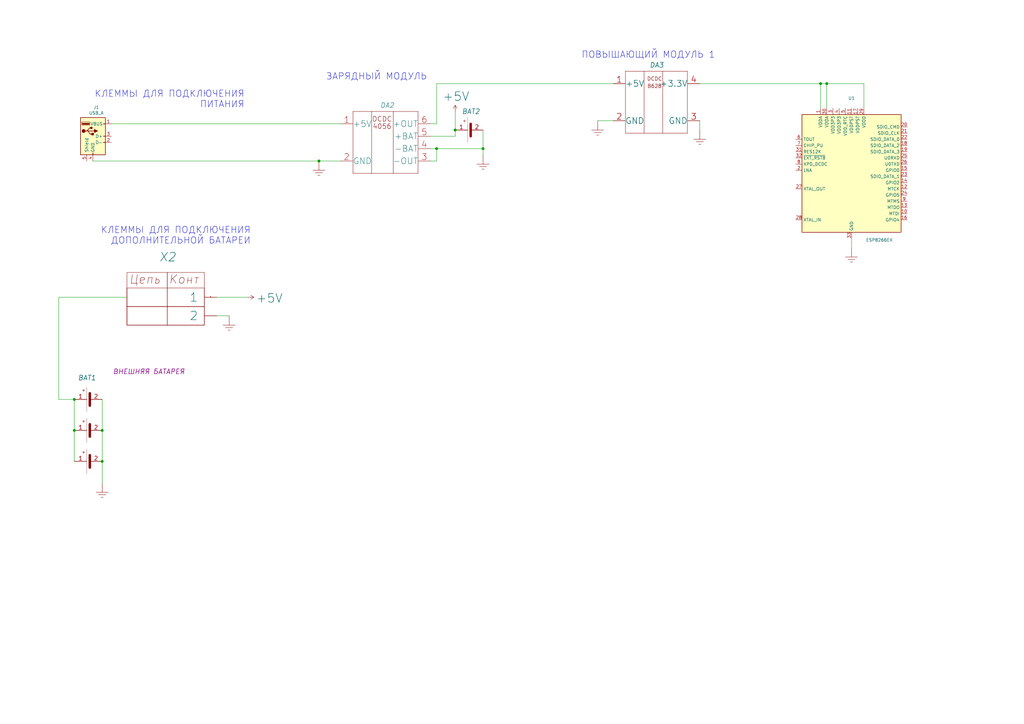
<source format=kicad_sch>
(kicad_sch (version 20201015) (generator eeschema)

  (paper "A3")

  (title_block
    (title "Блок питания")
    (date "2020-04-28")
    (rev "rev")
    (company "Lotes-TM")
    (comment 1 "МАВЦ.467291.014")
    (comment 2 "Михайлов")
    (comment 3 "Кулешов")
    (comment 4 "Крысин")
  )

  (lib_symbols
    (symbol "Connector:USB_A" (pin_names (offset 1.016)) (in_bom yes) (on_board yes)
      (property "Reference" "J" (id 0) (at -5.08 11.43 0)
        (effects (font (size 1.27 1.27)) (justify left))
      )
      (property "Value" "USB_A" (id 1) (at -5.08 8.89 0)
        (effects (font (size 1.27 1.27)) (justify left))
      )
      (property "Footprint" "" (id 2) (at 3.81 -1.27 0)
        (effects (font (size 1.27 1.27)) hide)
      )
      (property "Datasheet" " ~" (id 3) (at 3.81 -1.27 0)
        (effects (font (size 1.27 1.27)) hide)
      )
      (property "ki_keywords" "connector USB" (id 4) (at 0 0 0)
        (effects (font (size 1.27 1.27)) hide)
      )
      (property "ki_description" "USB Type A connector" (id 5) (at 0 0 0)
        (effects (font (size 1.27 1.27)) hide)
      )
      (property "ki_fp_filters" "USB*" (id 6) (at 0 0 0)
        (effects (font (size 1.27 1.27)) hide)
      )
      (symbol "USB_A_0_1"
        (circle (center -3.81 2.159) (radius 0.635) (stroke (width 0.254)) (fill (type outline)))
        (circle (center -0.635 3.429) (radius 0.381) (stroke (width 0.254)) (fill (type outline)))
        (rectangle (start -5.08 -7.62) (end 5.08 7.62)
          (stroke (width 0.254)) (fill (type background))
        )
        (rectangle (start -1.524 4.826) (end -4.318 5.334)
          (stroke (width 0)) (fill (type outline))
        )
        (rectangle (start -1.27 4.572) (end -4.572 5.842)
          (stroke (width 0)) (fill (type none))
        )
        (rectangle (start -0.127 -7.62) (end 0.127 -6.858)
          (stroke (width 0)) (fill (type none))
        )
        (rectangle (start 0.254 1.27) (end -0.508 0.508)
          (stroke (width 0.254)) (fill (type outline))
        )
        (rectangle (start 5.08 -2.667) (end 4.318 -2.413)
          (stroke (width 0)) (fill (type none))
        )
        (rectangle (start 5.08 -0.127) (end 4.318 0.127)
          (stroke (width 0)) (fill (type none))
        )
        (rectangle (start 5.08 4.953) (end 4.318 5.207)
          (stroke (width 0)) (fill (type none))
        )
        (polyline
          (pts
            (xy -3.175 2.159)
            (xy -2.54 2.159)
            (xy -1.27 3.429)
            (xy -0.635 3.429)
          )
          (stroke (width 0.254)) (fill (type none))
        )
        (polyline
          (pts
            (xy -2.54 2.159)
            (xy -1.905 2.159)
            (xy -1.27 0.889)
            (xy 0 0.889)
          )
          (stroke (width 0.254)) (fill (type none))
        )
        (polyline
          (pts
            (xy 0.635 2.794)
            (xy 0.635 1.524)
            (xy 1.905 2.159)
            (xy 0.635 2.794)
          )
          (stroke (width 0.254)) (fill (type outline))
        )
      )
      (symbol "USB_A_1_1"
        (polyline
          (pts
            (xy -1.905 2.159)
            (xy 0.635 2.159)
          )
          (stroke (width 0.254)) (fill (type none))
        )
        (pin power_in line (at 7.62 5.08 180) (length 2.54)
          (name "VBUS" (effects (font (size 1.27 1.27))))
          (number "1" (effects (font (size 1.27 1.27))))
        )
        (pin bidirectional line (at 7.62 -2.54 180) (length 2.54)
          (name "D-" (effects (font (size 1.27 1.27))))
          (number "2" (effects (font (size 1.27 1.27))))
        )
        (pin bidirectional line (at 7.62 0 180) (length 2.54)
          (name "D+" (effects (font (size 1.27 1.27))))
          (number "3" (effects (font (size 1.27 1.27))))
        )
        (pin power_in line (at 0 -10.16 90) (length 2.54)
          (name "GND" (effects (font (size 1.27 1.27))))
          (number "4" (effects (font (size 1.27 1.27))))
        )
        (pin passive line (at -2.54 -10.16 90) (length 2.54)
          (name "Shield" (effects (font (size 1.27 1.27))))
          (number "5" (effects (font (size 1.27 1.27))))
        )
      )
    )
    (symbol "Diodes_shottky:1N5821" (pin_numbers hide) (pin_names (offset 0) hide) (in_bom yes) (on_board yes)
      (property "Reference" "VD" (id 0) (at 6.35 6.35 0)
        (effects (font (size 2.5007 2.5007) italic))
      )
      (property "Value" "1N5821" (id 1) (at 0 77.47 0)
        (effects (font (size 2.0066 2.0066) italic) hide)
      )
      (property "Footprint" "[LTM][FP][Diodes]:[LTM][VD][DO-35][KD-3]" (id 2) (at 0 73.66 0)
        (effects (font (size 2.0066 2.0066) italic) hide)
      )
      (property "Datasheet" "C:/Program Files/KiCad/share/LTM_DataSheet/Диод_импульсный_КД510А.pdf" (id 3) (at 0 69.85 0)
        (effects (font (size 2.0066 2.0066) italic) hide)
      )
      (property "ValueName" "1N5821" (id 4) (at 6.35 -6.35 0)
        (effects (font (size 2.5007 2.5007) italic))
      )
      (property "ValueGroup" "Диоды" (id 5) (at 0 66.04 0)
        (effects (font (size 2.0066 2.0066) italic) hide)
      )
      (property "ValueGOST" "КД510А" (id 6) (at 0 62.23 0)
        (effects (font (size 2.0066 2.0066) italic) hide)
      )
      (property "ValueTU" "ТТЗ.362.100 ТУ/02" (id 7) (at 0 58.42 0)
        (effects (font (size 2.0066 2.0066) italic) hide)
      )
      (property "ValueManufacturer" "-" (id 8) (at 0 54.61 0)
        (effects (font (size 2.0066 2.0066) italic) hide)
      )
      (property "ValueTemp_1" "ТТЗ.362.100 ТУ/02" (id 9) (at 0 50.8 0)
        (effects (font (size 2.0066 2.0066) italic) hide)
      )
      (property "ValueSupplier" "-" (id 10) (at 0 46.99 0)
        (effects (font (size 2.0066 2.0066) italic) hide)
      )
      (property "ValueAnalog" "1N4148" (id 11) (at 1.27 43.18 0)
        (effects (font (size 2.0066 2.0066) italic) hide)
      )
      (property "ValueTemperature" "от минус 60 ⁰C до + 85 ⁰C" (id 12) (at 0 39.37 0)
        (effects (font (size 2.0066 2.0066) italic) hide)
      )
      (property "ValueNote" "-" (id 13) (at 0 35.56 0)
        (effects (font (size 2.0066 2.0066) italic) hide)
      )
      (property "ValueTemp_2" "ОТК" (id 14) (at 0 33.02 0)
        (effects (font (size 2.0066 2.0066) italic) hide)
      )
      (property "ValueTemp_3" "-" (id 15) (at 0 30.48 0)
        (effects (font (size 2.0066 2.0066) italic) hide)
      )
      (property "ValueTemp_4" "-" (id 16) (at 0 27.94 0)
        (effects (font (size 2.0066 2.0066) italic) hide)
      )
      (property "ValueTemp_5" "-" (id 17) (at 0 25.4 0)
        (effects (font (size 2.0066 2.0066) italic) hide)
      )
      (property "ki_keywords" "Диоды кремниевые, эпитаксиально-планарные, импульсные." (id 18) (at 0 0 0)
        (effects (font (size 1.27 1.27)) hide)
      )
      (property "ki_description" "Диод импульсный." (id 19) (at 0 0 0)
        (effects (font (size 1.27 1.27)) hide)
      )
      (property "ki_fp_filters" "[LTM][VD][DO-35][KD-3]*" (id 20) (at 0 0 0)
        (effects (font (size 1.27 1.27)) hide)
      )
      (symbol "1N5821_0_1"
        (polyline
          (pts
            (xy 8.89 3.175)
            (xy 9.525 3.175)
            (xy 9.525 2.54)
          )
          (stroke (width 0.0006)) (fill (type none))
        )
        (polyline
          (pts
            (xy 8.89 -3.175)
            (xy 8.255 -3.175)
            (xy 8.255 -2.54)
          )
          (stroke (width 0.0006)) (fill (type none))
        )
      )
      (symbol "1N5821_1_1"
        (polyline
          (pts
            (xy 8.89 -3.175)
            (xy 8.89 3.175)
          )
          (stroke (width 0)) (fill (type none))
        )
        (polyline
          (pts
            (xy 8.89 0)
            (xy 3.81 0)
          )
          (stroke (width 0)) (fill (type none))
        )
        (polyline
          (pts
            (xy 8.8392 0)
            (xy 3.8608 -2.9972)
            (xy 3.8608 2.9972)
            (xy 8.8392 0)
          )
          (stroke (width 0)) (fill (type none))
        )
        (pin passive line (at 0 0 0) (length 3.81)
          (name "A" (effects (font (size 2.0066 2.0066))))
          (number "1" (effects (font (size 2.0066 2.0066))))
        )
        (pin passive line (at 12.7 0 180) (length 3.81)
          (name "K" (effects (font (size 2.0066 2.0066))))
          (number "2" (effects (font (size 2.0066 2.0066))))
        )
      )
    )
    (symbol "MCU_Espressif:ESP8266EX" (in_bom yes) (on_board yes)
      (property "Reference" "U" (id 0) (at 0 2.54 0)
        (effects (font (size 1.27 1.27)))
      )
      (property "Value" "ESP8266EX" (id 1) (at 0 -2.54 0)
        (effects (font (size 1.27 1.27)))
      )
      (property "Footprint" "Package_DFN_QFN:QFN-32-1EP_5x5mm_P0.5mm_EP3.45x3.45mm" (id 2) (at 0 -33.02 0)
        (effects (font (size 1.27 1.27)) hide)
      )
      (property "Datasheet" "http://espressif.com/sites/default/files/documentation/0a-esp8266ex_datasheet_en.pdf" (id 3) (at 2.54 -33.02 0)
        (effects (font (size 1.27 1.27)) hide)
      )
      (property "ki_keywords" "wifi soc" (id 4) (at 0 0 0)
        (effects (font (size 1.27 1.27)) hide)
      )
      (property "ki_description" "Highly integrated Wi-Fi SoC, QFN-32" (id 5) (at 0 0 0)
        (effects (font (size 1.27 1.27)) hide)
      )
      (property "ki_fp_filters" "QFN*1EP*5x5mm*P0.5mm*" (id 6) (at 0 0 0)
        (effects (font (size 1.27 1.27)) hide)
      )
      (symbol "ESP8266EX_0_1"
        (rectangle (start -20.32 22.86) (end 20.32 -25.4)
          (stroke (width 0.254)) (fill (type background))
        )
      )
      (symbol "ESP8266EX_1_1"
        (pin power_in line (at -12.7 25.4 270) (length 2.54)
          (name "VDDA" (effects (font (size 1.27 1.27))))
          (number "1" (effects (font (size 1.27 1.27))))
        )
        (pin bidirectional line (at 22.86 -17.78 180) (length 2.54)
          (name "MTDI" (effects (font (size 1.27 1.27))))
          (number "10" (effects (font (size 1.27 1.27))))
        )
        (pin power_in line (at 0 25.4 270) (length 2.54)
          (name "VDDPST" (effects (font (size 1.27 1.27))))
          (number "11" (effects (font (size 1.27 1.27))))
        )
        (pin bidirectional line (at 22.86 -7.62 180) (length 2.54)
          (name "MTCK" (effects (font (size 1.27 1.27))))
          (number "12" (effects (font (size 1.27 1.27))))
        )
        (pin bidirectional line (at 22.86 -15.24 180) (length 2.54)
          (name "MTDO" (effects (font (size 1.27 1.27))))
          (number "13" (effects (font (size 1.27 1.27))))
        )
        (pin bidirectional line (at 22.86 -5.08 180) (length 2.54)
          (name "GPIO2" (effects (font (size 1.27 1.27))))
          (number "14" (effects (font (size 1.27 1.27))))
        )
        (pin bidirectional line (at 22.86 0 180) (length 2.54)
          (name "GPIO0" (effects (font (size 1.27 1.27))))
          (number "15" (effects (font (size 1.27 1.27))))
        )
        (pin bidirectional line (at 22.86 -20.32 180) (length 2.54)
          (name "GPIO4" (effects (font (size 1.27 1.27))))
          (number "16" (effects (font (size 1.27 1.27))))
        )
        (pin power_in line (at 2.54 25.4 270) (length 2.54)
          (name "VDDPST" (effects (font (size 1.27 1.27))))
          (number "17" (effects (font (size 1.27 1.27))))
        )
        (pin bidirectional line (at 22.86 10.16 180) (length 2.54)
          (name "SDIO_DATA_2" (effects (font (size 1.27 1.27))))
          (number "18" (effects (font (size 1.27 1.27))))
        )
        (pin bidirectional line (at 22.86 7.62 180) (length 2.54)
          (name "SDIO_DATA_3" (effects (font (size 1.27 1.27))))
          (number "19" (effects (font (size 1.27 1.27))))
        )
        (pin bidirectional line (at -22.86 0 0) (length 2.54)
          (name "LNA" (effects (font (size 1.27 1.27))))
          (number "2" (effects (font (size 1.27 1.27))))
        )
        (pin bidirectional line (at 22.86 17.78 180) (length 2.54)
          (name "SDIO_CMD" (effects (font (size 1.27 1.27))))
          (number "20" (effects (font (size 1.27 1.27))))
        )
        (pin bidirectional line (at 22.86 15.24 180) (length 2.54)
          (name "SDIO_CLK" (effects (font (size 1.27 1.27))))
          (number "21" (effects (font (size 1.27 1.27))))
        )
        (pin bidirectional line (at 22.86 12.7 180) (length 2.54)
          (name "SDIO_DATA_0" (effects (font (size 1.27 1.27))))
          (number "22" (effects (font (size 1.27 1.27))))
        )
        (pin bidirectional line (at 22.86 -2.54 180) (length 2.54)
          (name "SDIO_DATA_1" (effects (font (size 1.27 1.27))))
          (number "23" (effects (font (size 1.27 1.27))))
        )
        (pin bidirectional line (at 22.86 -10.16 180) (length 2.54)
          (name "GPIO5" (effects (font (size 1.27 1.27))))
          (number "24" (effects (font (size 1.27 1.27))))
        )
        (pin bidirectional line (at 22.86 5.08 180) (length 2.54)
          (name "U0RXD" (effects (font (size 1.27 1.27))))
          (number "25" (effects (font (size 1.27 1.27))))
        )
        (pin bidirectional line (at 22.86 2.54 180) (length 2.54)
          (name "U0TXD" (effects (font (size 1.27 1.27))))
          (number "26" (effects (font (size 1.27 1.27))))
        )
        (pin bidirectional line (at -22.86 -7.62 0) (length 2.54)
          (name "XTAL_OUT" (effects (font (size 1.27 1.27))))
          (number "27" (effects (font (size 1.27 1.27))))
        )
        (pin bidirectional line (at -22.86 -20.32 0) (length 2.54)
          (name "XTAL_IN" (effects (font (size 1.27 1.27))))
          (number "28" (effects (font (size 1.27 1.27))))
        )
        (pin power_in line (at 5.08 25.4 270) (length 2.54)
          (name "VDDD" (effects (font (size 1.27 1.27))))
          (number "29" (effects (font (size 1.27 1.27))))
        )
        (pin power_in line (at -7.62 25.4 270) (length 2.54)
          (name "VDD3P3" (effects (font (size 1.27 1.27))))
          (number "3" (effects (font (size 1.27 1.27))))
        )
        (pin power_in line (at -10.16 25.4 270) (length 2.54)
          (name "VDDA" (effects (font (size 1.27 1.27))))
          (number "30" (effects (font (size 1.27 1.27))))
        )
        (pin input line (at -22.86 7.62 0) (length 2.54)
          (name "RES12K" (effects (font (size 1.27 1.27))))
          (number "31" (effects (font (size 1.27 1.27))))
        )
        (pin input line (at -22.86 5.08 0) (length 2.54)
          (name "~EXT_RSTB~" (effects (font (size 1.27 1.27))))
          (number "32" (effects (font (size 1.27 1.27))))
        )
        (pin power_in line (at 0 -27.94 90) (length 2.54)
          (name "GND" (effects (font (size 1.27 1.27))))
          (number "33" (effects (font (size 1.27 1.27))))
        )
        (pin power_in line (at -5.08 25.4 270) (length 2.54)
          (name "VDD3P3" (effects (font (size 1.27 1.27))))
          (number "4" (effects (font (size 1.27 1.27))))
        )
        (pin power_in line (at -2.54 25.4 270) (length 2.54)
          (name "VDD_RTC" (effects (font (size 1.27 1.27))))
          (number "5" (effects (font (size 1.27 1.27))))
        )
        (pin input line (at -22.86 12.7 0) (length 2.54)
          (name "TOUT" (effects (font (size 1.27 1.27))))
          (number "6" (effects (font (size 1.27 1.27))))
        )
        (pin input line (at -22.86 10.16 0) (length 2.54)
          (name "CHIP_PU" (effects (font (size 1.27 1.27))))
          (number "7" (effects (font (size 1.27 1.27))))
        )
        (pin bidirectional line (at -22.86 2.54 0) (length 2.54)
          (name "XPD_DCDC" (effects (font (size 1.27 1.27))))
          (number "8" (effects (font (size 1.27 1.27))))
        )
        (pin bidirectional line (at 22.86 -12.7 180) (length 2.54)
          (name "MTMS" (effects (font (size 1.27 1.27))))
          (number "9" (effects (font (size 1.27 1.27))))
        )
      )
    )
    (symbol "power_modules:+BAT" (power) (pin_names (offset 0)) (in_bom yes) (on_board yes)
      (property "Reference" "#PWR" (id 0) (at 0 -3.81 0)
        (effects (font (size 1.27 1.27)) hide)
      )
      (property "Value" "+BAT" (id 1) (at -1.27 4.826 0)
        (effects (font (size 3.556 3.556)))
      )
      (property "Footprint" "" (id 2) (at 0 0 0)
        (effects (font (size 1.27 1.27)) hide)
      )
      (property "Datasheet" "" (id 3) (at 0 0 0)
        (effects (font (size 1.27 1.27)) hide)
      )
      (symbol "+BAT_0_1"
        (polyline
          (pts
            (xy -0.762 1.27)
            (xy 0 2.54)
          )
          (stroke (width 0)) (fill (type none))
        )
        (polyline
          (pts
            (xy 0 0)
            (xy 0 2.54)
          )
          (stroke (width 0)) (fill (type none))
        )
        (polyline
          (pts
            (xy 0 2.54)
            (xy 0.762 1.27)
          )
          (stroke (width 0)) (fill (type none))
        )
      )
      (symbol "+BAT_1_1"
        (pin power_in line (at 0 0 90) (length 0) hide
          (name "+5V" (effects (font (size 1.27 1.27))))
          (number "1" (effects (font (size 1.27 1.27))))
        )
      )
    )
    (symbol "power_modules:AC-DC_220_5_1" (pin_names (offset 0.002)) (in_bom yes) (on_board yes)
      (property "Reference" "DA" (id 0) (at 16.51 7.62 0)
        (effects (font (size 3 3) italic))
      )
      (property "Value" "AC-DC_220_5" (id 1) (at 0 77 0)
        (effects (font (size 2 2) italic) hide)
      )
      (property "Footprint" "[LTM][FP][Microchips]:[LTM][DA][4116.8-3]" (id 2) (at 0 73 0)
        (effects (font (size 2 2) italic) hide)
      )
      (property "Datasheet" "C:/Program Files/KiCad/share/LTM_KiCAD_LIB/LTM_DataSheet/Микросхема_управления_питанием_ 1309ЕН_АО_ПКК_Миландр.pdf" (id 3) (at 0 69 0)
        (effects (font (size 2 2) italic) hide)
      )
      (property "ValueName" "ACDC" (id 4) (at 22 -22 0)
        (effects (font (size 2 2) italic) hide)
      )
      (property "ValueGroup" "Микросхемы" (id 5) (at 0 66 0)
        (effects (font (size 2 2) italic) hide)
      )
      (property "ValueGOST" "1309ЕН3.3Т" (id 6) (at 0 62 0)
        (effects (font (size 2 2) italic) hide)
      )
      (property "ValueTU" "АЕЯР.431420.668ТУ" (id 7) (at 0 58 0)
        (effects (font (size 2 2) italic) hide)
      )
      (property "ValueManufacturer" "ф. АО «ПКК МИЛАНДР»" (id 8) (at 0 54 0)
        (effects (font (size 2 2) italic) hide)
      )
      (property "ValueTemp_1" "АЕЯР.431420.668ТУ" (id 9) (at 0 50 0)
        (effects (font (size 2 2) italic) hide)
      )
      (property "ValueSupplier" "ф. АО «ПКК МИЛАНДР»" (id 10) (at 0 46 0)
        (effects (font (size 2 2) italic) hide)
      )
      (property "ValueAnalog" "К1309ЕН3.3Т" (id 11) (at 1 43 0)
        (effects (font (size 2 2) italic) hide)
      )
      (property "ValueTemperature" "от минус 60 ⁰C до +85 ⁰C" (id 12) (at 0 39 0)
        (effects (font (size 2 2) italic) hide)
      )
      (property "ValueNote" "-" (id 13) (at 0 35 0)
        (effects (font (size 2 2) italic) hide)
      )
      (property "ValueTemp_2" "ВП" (id 14) (at 0 33 0)
        (effects (font (size 2 2) italic) hide)
      )
      (property "ValueTemp_3" "-" (id 15) (at 0 30 0)
        (effects (font (size 2 2) italic) hide)
      )
      (property "ValueTemp_4" "-" (id 16) (at 0 27 0)
        (effects (font (size 2 2) italic) hide)
      )
      (property "ValueTemp_5" "-" (id 17) (at 0 25 0)
        (effects (font (size 2 2) italic) hide)
      )
      (property "ki_description" "Стабилизатор напряжения регулируемый" (id 18) (at 0 0 0)
        (effects (font (size 1.27 1.27)) hide)
      )
      (property "ki_fp_filters" "[LTM][DA][4116.8-3]*" (id 19) (at 0 0 0)
        (effects (font (size 1.27 1.27)) hide)
      )
      (symbol "AC-DC_220_5_1_0_0"
        (text "AC" (at 16.51 1.27 0)
          (effects (font (size 3 3)))
        )
        (text "DC" (at 16.51 -3.81 0)
          (effects (font (size 3 3)))
        )
        (polyline
          (pts
            (xy 5.08 5.08)
            (xy 30.48 5.08)
          )
          (stroke (width 0)) (fill (type none))
        )
        (polyline
          (pts
            (xy 5.08 -20.32)
            (xy 30.48 -20.32)
          )
          (stroke (width 0)) (fill (type none))
        )
      )
      (symbol "AC-DC_220_5_1_0_1"
        (polyline
          (pts
            (xy 5.08 -20.32)
            (xy 5.08 5.08)
          )
          (stroke (width 0)) (fill (type none))
        )
        (polyline
          (pts
            (xy 12 5)
            (xy 12 -20)
          )
          (stroke (width 0)) (fill (type none))
        )
        (polyline
          (pts
            (xy 21.59 -20.32)
            (xy 21.59 5.08)
          )
          (stroke (width 0)) (fill (type none))
        )
        (polyline
          (pts
            (xy 30.48 5.08)
            (xy 30.48 -20.32)
          )
          (stroke (width 0)) (fill (type none))
        )
      )
      (symbol "AC-DC_220_5_1_1_1"
        (pin power_in line (at 0 -15.24 0) (length 5)
          (name "AC" (effects (font (size 3 3))))
          (number "2" (effects (font (size 3 3))))
        )
        (pin power_out line (at 35.56 0 180) (length 5)
          (name "+5V" (effects (font (size 3 3))))
          (number "4" (effects (font (size 3 3))))
        )
        (pin power_out line (at 35.56 -15.24 180) (length 5)
          (name "GND" (effects (font (size 3 3))))
          (number "3" (effects (font (size 3 3))))
        )
        (pin power_in line (at 0 0 0) (length 5)
          (name "AC" (effects (font (size 3 3))))
          (number "1" (effects (font (size 3 3))))
        )
      )
    )
    (symbol "power_modules:CELL1" (pin_names (offset 0.635)) (in_bom yes) (on_board yes)
      (property "Reference" "BAT" (id 0) (at 3.81 8.89 0)
        (effects (font (size 2.007 2.007) italic))
      )
      (property "Value" "CELL1" (id 1) (at 0 77.47 0)
        (effects (font (size 2.0066 2.0066) italic) hide)
      )
      (property "Footprint" "[LTM][FP][Microchips]:[LTM][DA][4116.8-3]" (id 2) (at 0 73.66 0)
        (effects (font (size 2.0066 2.0066) italic) hide)
      )
      (property "Datasheet" "C:/Program Files/KiCad/share/LTM_KiCAD_LIB/LTM_DataSheet/Микросхема_управления_питанием_ 1309ЕН_АО_ПКК_Миландр.pdf" (id 3) (at 0 69.85 0)
        (effects (font (size 2.0066 2.0066) italic) hide)
      )
      (property "ValueName" "ACDC" (id 4) (at 22.86 -22.86 0)
        (effects (font (size 2.007 2.007) italic) hide)
      )
      (property "ValueGroup" "Микросхемы" (id 5) (at 0 66.04 0)
        (effects (font (size 2.0066 2.0066) italic) hide)
      )
      (property "ValueGOST" "1309ЕН3.3Т" (id 6) (at 0 62.23 0)
        (effects (font (size 2.0066 2.0066) italic) hide)
      )
      (property "ValueTU" "АЕЯР.431420.668ТУ" (id 7) (at 0 58.42 0)
        (effects (font (size 2.0066 2.0066) italic) hide)
      )
      (property "ValueManufacturer" "ф. АО «ПКК МИЛАНДР»" (id 8) (at 0 54.61 0)
        (effects (font (size 2.0066 2.0066) italic) hide)
      )
      (property "ValueTemp_1" "АЕЯР.431420.668ТУ" (id 9) (at 0 50.8 0)
        (effects (font (size 2.0066 2.0066) italic) hide)
      )
      (property "ValueSupplier" "ф. АО «ПКК МИЛАНДР»" (id 10) (at 0 46.99 0)
        (effects (font (size 2.0066 2.0066) italic) hide)
      )
      (property "ValueAnalog" "К1309ЕН3.3Т" (id 11) (at 1.27 43.18 0)
        (effects (font (size 2.0066 2.0066) italic) hide)
      )
      (property "ValueTemperature" "от минус 60 ⁰C до +85 ⁰C" (id 12) (at 0 39.37 0)
        (effects (font (size 2.0066 2.0066) italic) hide)
      )
      (property "ValueNote" "-" (id 13) (at 0 35.56 0)
        (effects (font (size 2.0066 2.0066) italic) hide)
      )
      (property "ValueTemp_2" "ВП" (id 14) (at 0 33.02 0)
        (effects (font (size 2.0066 2.0066) italic) hide)
      )
      (property "ValueTemp_3" "-" (id 15) (at 0 30.48 0)
        (effects (font (size 2.0066 2.0066) italic) hide)
      )
      (property "ValueTemp_4" "-" (id 16) (at 0 27.94 0)
        (effects (font (size 2.0066 2.0066) italic) hide)
      )
      (property "ValueTemp_5" "-" (id 17) (at 0 25.4 0)
        (effects (font (size 2.0066 2.0066) italic) hide)
      )
      (property "ki_description" "Стабилизатор напряжения регулируемый" (id 18) (at 0 0 0)
        (effects (font (size 1.27 1.27)) hide)
      )
      (property "ki_fp_filters" "[LTM][DA][4116.8-3]*" (id 19) (at 0 0 0)
        (effects (font (size 1.27 1.27)) hide)
      )
      (symbol "CELL1_0_0"
        (text "+" (at 3.81 3.81 0)
          (effects (font (size 1.27 1.27)))
        )
        (polyline
          (pts
            (xy 5.08 5.08)
            (xy 5.08 -5.08)
            (xy 5.08 -3.81)
          )
          (stroke (width 0.001)) (fill (type none))
        )
        (polyline
          (pts
            (xy 6.35 2.54)
            (xy 6.35 -2.54)
          )
          (stroke (width 1.001)) (fill (type none))
        )
        (pin power_in line (at 0 0 0) (length 5.08)
          (name "~" (effects (font (size 2.007 2.007))))
          (number "1" (effects (font (size 1.702 1.702))))
        )
      )
      (symbol "CELL1_1_1"
        (pin power_in line (at 11.43 0 180) (length 5.08)
          (name "~" (effects (font (size 2.007 2.007))))
          (number "2" (effects (font (size 1.702 1.702))))
        )
      )
    )
    (symbol "power_modules:CELL3" (pin_names (offset 0.635)) (in_bom yes) (on_board yes)
      (property "Reference" "BAT" (id 0) (at 5.08 8.89 0)
        (effects (font (size 2.007 2.007) italic))
      )
      (property "Value" "CELL3" (id 1) (at 0 77.47 0)
        (effects (font (size 2.0066 2.0066) italic) hide)
      )
      (property "Footprint" "[LTM][FP][Microchips]:[LTM][DA][4116.8-3]" (id 2) (at 0 73.66 0)
        (effects (font (size 2.0066 2.0066) italic) hide)
      )
      (property "Datasheet" "C:/Program Files/KiCad/share/LTM_KiCAD_LIB/LTM_DataSheet/Микросхема_управления_питанием_ 1309ЕН_АО_ПКК_Миландр.pdf" (id 3) (at 0 69.85 0)
        (effects (font (size 2.0066 2.0066) italic) hide)
      )
      (property "ValueName" "ВНЕШНЯЯ БАТАРЕЯ" (id 4) (at 6.35 -33.02 0)
        (effects (font (size 2.007 2.007) italic))
      )
      (property "ValueGroup" "Микросхемы" (id 5) (at 0 66.04 0)
        (effects (font (size 2.0066 2.0066) italic) hide)
      )
      (property "ValueGOST" "1309ЕН3.3Т" (id 6) (at 0 62.23 0)
        (effects (font (size 2.0066 2.0066) italic) hide)
      )
      (property "ValueTU" "АЕЯР.431420.668ТУ" (id 7) (at 0 58.42 0)
        (effects (font (size 2.0066 2.0066) italic) hide)
      )
      (property "ValueManufacturer" "ф. АО «ПКК МИЛАНДР»" (id 8) (at 0 54.61 0)
        (effects (font (size 2.0066 2.0066) italic) hide)
      )
      (property "ValueTemp_1" "АЕЯР.431420.668ТУ" (id 9) (at 0 50.8 0)
        (effects (font (size 2.0066 2.0066) italic) hide)
      )
      (property "ValueSupplier" "ф. АО «ПКК МИЛАНДР»" (id 10) (at 0 46.99 0)
        (effects (font (size 2.0066 2.0066) italic) hide)
      )
      (property "ValueAnalog" "К1309ЕН3.3Т" (id 11) (at 1.27 43.18 0)
        (effects (font (size 2.0066 2.0066) italic) hide)
      )
      (property "ValueTemperature" "от минус 60 ⁰C до +85 ⁰C" (id 12) (at 0 39.37 0)
        (effects (font (size 2.0066 2.0066) italic) hide)
      )
      (property "ValueNote" "-" (id 13) (at 0 35.56 0)
        (effects (font (size 2.0066 2.0066) italic) hide)
      )
      (property "ValueTemp_2" "ВП" (id 14) (at 0 33.02 0)
        (effects (font (size 2.0066 2.0066) italic) hide)
      )
      (property "ValueTemp_3" "-" (id 15) (at 0 30.48 0)
        (effects (font (size 2.0066 2.0066) italic) hide)
      )
      (property "ValueTemp_4" "-" (id 16) (at 0 27.94 0)
        (effects (font (size 2.0066 2.0066) italic) hide)
      )
      (property "ValueTemp_5" "-" (id 17) (at 0 25.4 0)
        (effects (font (size 2.0066 2.0066) italic) hide)
      )
      (property "ki_description" "Стабилизатор напряжения регулируемый" (id 18) (at 0 0 0)
        (effects (font (size 1.27 1.27)) hide)
      )
      (property "ki_fp_filters" "[LTM][DA][4116.8-3]*" (id 19) (at 0 0 0)
        (effects (font (size 1.27 1.27)) hide)
      )
      (symbol "CELL3_0_0"
        (text "+" (at 3.81 3.81 0)
          (effects (font (size 1.27 1.27)))
        )
        (text "+" (at 3.81 -8.89 0)
          (effects (font (size 1.27 1.27)))
        )
        (text "" (at -10.16 0 0)
          (effects (font (size 1.27 1.27)))
        )
        (text "+" (at 3.81 -21.59 0)
          (effects (font (size 1.27 1.27)))
        )
        (text "" (at -10.16 -25.4 0)
          (effects (font (size 1.27 1.27)))
        )
        (polyline
          (pts
            (xy 5.08 5.08)
            (xy 5.08 -5.08)
            (xy 5.08 -3.81)
          )
          (stroke (width 0.001)) (fill (type none))
        )
        (polyline
          (pts
            (xy 6.35 2.54)
            (xy 6.35 -2.54)
          )
          (stroke (width 1.001)) (fill (type none))
        )
        (polyline
          (pts
            (xy 5.08 -7.62)
            (xy 5.08 -17.78)
            (xy 5.08 -16.51)
          )
          (stroke (width 0.001)) (fill (type none))
        )
        (polyline
          (pts
            (xy 6.35 -10.16)
            (xy 6.35 -15.24)
          )
          (stroke (width 1.001)) (fill (type none))
        )
        (polyline
          (pts
            (xy 5.08 -20.32)
            (xy 5.08 -30.48)
            (xy 5.08 -29.21)
          )
          (stroke (width 0.001)) (fill (type none))
        )
        (polyline
          (pts
            (xy 6.35 -22.86)
            (xy 6.35 -27.94)
          )
          (stroke (width 1.001)) (fill (type none))
        )
        (pin power_in line (at 0 0 0) (length 5.08)
          (name "~" (effects (font (size 2.007 2.007))))
          (number "1" (effects (font (size 1.702 1.702))))
        )
        (pin power_in line (at 0 -12.7 0) (length 5.08)
          (name "~" (effects (font (size 2.007 2.007))))
          (number "1" (effects (font (size 1.702 1.702))))
        )
        (pin power_in line (at 0 -25.4 0) (length 5.08)
          (name "~" (effects (font (size 2.007 2.007))))
          (number "1" (effects (font (size 1.702 1.702))))
        )
      )
      (symbol "CELL3_1_1"
        (pin power_in line (at 11.43 0 180) (length 5.08)
          (name "~" (effects (font (size 2.007 2.007))))
          (number "2" (effects (font (size 1.702 1.702))))
        )
        (pin power_in line (at 11.43 -12.7 180) (length 5.08)
          (name "~" (effects (font (size 2.007 2.007))))
          (number "2" (effects (font (size 1.702 1.702))))
        )
        (pin power_in line (at 11.43 -25.4 180) (length 5.08)
          (name "~" (effects (font (size 2.007 2.007))))
          (number "2" (effects (font (size 1.702 1.702))))
        )
      )
    )
    (symbol "power_modules:DC-DC_4056_CHARGER" (pin_names (offset 0.002)) (in_bom yes) (on_board yes)
      (property "Reference" "DA" (id 0) (at 15 7 0)
        (effects (font (size 2 2) italic))
      )
      (property "Value" "DC-DC_4056_CHARGER" (id 1) (at 0 77 0)
        (effects (font (size 2 2) italic) hide)
      )
      (property "Footprint" "[LTM][FP][Microchips]:[LTM][DA][4116.8-3]" (id 2) (at 0 73 0)
        (effects (font (size 2 2) italic) hide)
      )
      (property "Datasheet" "C:/Program Files/KiCad/share/LTM_KiCAD_LIB/LTM_DataSheet/Микросхема_управления_питанием_ 1309ЕН_АО_ПКК_Миландр.pdf" (id 3) (at 0 69 0)
        (effects (font (size 2 2) italic) hide)
      )
      (property "ValueName" "ACDC" (id 4) (at 22 -22 0)
        (effects (font (size 2 2) italic) hide)
      )
      (property "ValueGroup" "Микросхемы" (id 5) (at 0 66 0)
        (effects (font (size 2 2) italic) hide)
      )
      (property "ValueGOST" "1309ЕН3.3Т" (id 6) (at 0 62 0)
        (effects (font (size 2 2) italic) hide)
      )
      (property "ValueTU" "АЕЯР.431420.668ТУ" (id 7) (at 0 58 0)
        (effects (font (size 2 2) italic) hide)
      )
      (property "ValueManufacturer" "ф. АО «ПКК МИЛАНДР»" (id 8) (at 0 54 0)
        (effects (font (size 2 2) italic) hide)
      )
      (property "ValueTemp_1" "АЕЯР.431420.668ТУ" (id 9) (at 0 50 0)
        (effects (font (size 2 2) italic) hide)
      )
      (property "ValueSupplier" "ф. АО «ПКК МИЛАНДР»" (id 10) (at 0 46 0)
        (effects (font (size 2 2) italic) hide)
      )
      (property "ValueAnalog" "К1309ЕН3.3Т" (id 11) (at 1 43 0)
        (effects (font (size 2 2) italic) hide)
      )
      (property "ValueTemperature" "от минус 60 ⁰C до +85 ⁰C" (id 12) (at 0 39 0)
        (effects (font (size 2 2) italic) hide)
      )
      (property "ValueNote" "-" (id 13) (at 0 35 0)
        (effects (font (size 2 2) italic) hide)
      )
      (property "ValueTemp_2" "ВП" (id 14) (at 0 33 0)
        (effects (font (size 2 2) italic) hide)
      )
      (property "ValueTemp_3" "-" (id 15) (at 0 30 0)
        (effects (font (size 2 2) italic) hide)
      )
      (property "ValueTemp_4" "-" (id 16) (at 0 27 0)
        (effects (font (size 2 2) italic) hide)
      )
      (property "ValueTemp_5" "-" (id 17) (at 0 25 0)
        (effects (font (size 2 2) italic) hide)
      )
      (property "ki_description" "Стабилизатор напряжения регулируемый" (id 18) (at 0 0 0)
        (effects (font (size 1.27 1.27)) hide)
      )
      (property "ki_fp_filters" "[LTM][DA][4116.8-3]*" (id 19) (at 0 0 0)
        (effects (font (size 1.27 1.27)) hide)
      )
      (symbol "DC-DC_4056_CHARGER_0_0"
        (text "DCDC" (at 17 2 0)
          (effects (font (size 2 2)))
        )
        (text "4056" (at 17 -1 0)
          (effects (font (size 2 2)))
        )
        (text "" (at 25 -5 0)
          (effects (font (size 1 1)))
        )
        (text "" (at 33 0 0)
          (effects (font (size 1 1)))
        )
        (text "" (at 34 0 0)
          (effects (font (size 1 1)))
        )
        (polyline
          (pts
            (xy 5.08 5.08)
            (xy 31.75 5.08)
          )
          (stroke (width 0)) (fill (type none))
        )
        (polyline
          (pts
            (xy 5.08 -20.32)
            (xy 31.75 -20.32)
          )
          (stroke (width 0)) (fill (type none))
        )
        (pin power_in line (at 0 0 0) (length 5)
          (name "+5V" (effects (font (size 2.5 2.5))))
          (number "1" (effects (font (size 2.5 2.5))))
        )
      )
      (symbol "DC-DC_4056_CHARGER_0_1"
        (polyline
          (pts
            (xy 5.08 -20.32)
            (xy 5.08 5.08)
          )
          (stroke (width 0)) (fill (type none))
        )
        (polyline
          (pts
            (xy 12.7 5.08)
            (xy 12.7 -20.32)
          )
          (stroke (width 0)) (fill (type none))
        )
        (polyline
          (pts
            (xy 21.59 -20.32)
            (xy 21.59 5.08)
          )
          (stroke (width 0)) (fill (type none))
        )
        (polyline
          (pts
            (xy 31.75 5.08)
            (xy 31.75 -20.32)
          )
          (stroke (width 0)) (fill (type none))
        )
      )
      (symbol "DC-DC_4056_CHARGER_1_1"
        (pin power_in line (at 0 -15.24 0) (length 5)
          (name "GND" (effects (font (size 2.5 2.5))))
          (number "2" (effects (font (size 2.5 2.5))))
        )
        (pin power_out line (at 36.83 -5.08 180) (length 5)
          (name "+BAT" (effects (font (size 2.5 2.5))))
          (number "5" (effects (font (size 2.5 2.5))))
        )
        (pin power_out line (at 36.83 0 180) (length 5)
          (name "+OUT" (effects (font (size 2.5 2.5))))
          (number "6" (effects (font (size 2.5 2.5))))
        )
        (pin power_out line (at 36.83 -10.16 180) (length 5)
          (name "-BAT" (effects (font (size 2.5 2.5))))
          (number "4" (effects (font (size 2.5 2.5))))
        )
        (pin power_out line (at 36.83 -15.24 180) (length 5)
          (name "-OUT" (effects (font (size 2.5 2.5))))
          (number "3" (effects (font (size 2.5 2.5))))
        )
      )
    )
    (symbol "power_modules:DC-DC_B628_2_15V" (pin_names (offset 0.002)) (in_bom yes) (on_board yes)
      (property "Reference" "DA" (id 0) (at 15 7 0)
        (effects (font (size 2 2) italic))
      )
      (property "Value" "DC-DC_B628_2_15V" (id 1) (at 0 77 0)
        (effects (font (size 2 2) italic) hide)
      )
      (property "Footprint" "[LTM][FP][Microchips]:[LTM][DA][4116.8-3]" (id 2) (at 0 73 0)
        (effects (font (size 2 2) italic) hide)
      )
      (property "Datasheet" "C:/Program Files/KiCad/share/LTM_KiCAD_LIB/LTM_DataSheet/Микросхема_управления_питанием_ 1309ЕН_АО_ПКК_Миландр.pdf" (id 3) (at 0 69 0)
        (effects (font (size 2 2) italic) hide)
      )
      (property "ValueName" "ACDC" (id 4) (at 22 -22 0)
        (effects (font (size 2 2) italic) hide)
      )
      (property "ValueGroup" "Микросхемы" (id 5) (at 0 66 0)
        (effects (font (size 2 2) italic) hide)
      )
      (property "ValueGOST" "1309ЕН3.3Т" (id 6) (at 0 62 0)
        (effects (font (size 2 2) italic) hide)
      )
      (property "ValueTU" "АЕЯР.431420.668ТУ" (id 7) (at 0 58 0)
        (effects (font (size 2 2) italic) hide)
      )
      (property "ValueManufacturer" "ф. АО «ПКК МИЛАНДР»" (id 8) (at 0 54 0)
        (effects (font (size 2 2) italic) hide)
      )
      (property "ValueTemp_1" "АЕЯР.431420.668ТУ" (id 9) (at 0 50 0)
        (effects (font (size 2 2) italic) hide)
      )
      (property "ValueSupplier" "ф. АО «ПКК МИЛАНДР»" (id 10) (at 0 46 0)
        (effects (font (size 2 2) italic) hide)
      )
      (property "ValueAnalog" "К1309ЕН3.3Т" (id 11) (at 1 43 0)
        (effects (font (size 2 2) italic) hide)
      )
      (property "ValueTemperature" "от минус 60 ⁰C до +85 ⁰C" (id 12) (at 0 39 0)
        (effects (font (size 2 2) italic) hide)
      )
      (property "ValueNote" "-" (id 13) (at 0 35 0)
        (effects (font (size 2 2) italic) hide)
      )
      (property "ValueTemp_2" "ВП" (id 14) (at 0 33 0)
        (effects (font (size 2 2) italic) hide)
      )
      (property "ValueTemp_3" "-" (id 15) (at 0 30 0)
        (effects (font (size 2 2) italic) hide)
      )
      (property "ValueTemp_4" "-" (id 16) (at 0 27 0)
        (effects (font (size 2 2) italic) hide)
      )
      (property "ValueTemp_5" "-" (id 17) (at 0 25 0)
        (effects (font (size 2 2) italic) hide)
      )
      (property "ki_description" "Стабилизатор напряжения регулируемый" (id 18) (at 0 0 0)
        (effects (font (size 1.27 1.27)) hide)
      )
      (property "ki_fp_filters" "[LTM][DA][4116.8-3]*" (id 19) (at 0 0 0)
        (effects (font (size 1.27 1.27)) hide)
      )
      (symbol "DC-DC_B628_2_15V_0_0"
        (text "DCDC" (at 17 2 0)
          (effects (font (size 1.5 1.5)))
        )
        (text "B628" (at 16.9926 -0.9906 0)
          (effects (font (size 1.4986 1.4986)))
        )
        (polyline
          (pts
            (xy 5.08 5.08)
            (xy 30.48 5.08)
          )
          (stroke (width 0)) (fill (type none))
        )
        (polyline
          (pts
            (xy 5.08 -20.32)
            (xy 30.48 -20.32)
          )
          (stroke (width 0)) (fill (type none))
        )
        (pin power_in line (at 0 0 0) (length 5)
          (name "+5V" (effects (font (size 2.5 2.5))))
          (number "1" (effects (font (size 2.5 2.5))))
        )
      )
      (symbol "DC-DC_B628_2_15V_0_1"
        (polyline
          (pts
            (xy 5.08 -20.32)
            (xy 5.08 5.08)
          )
          (stroke (width 0)) (fill (type none))
        )
        (polyline
          (pts
            (xy 12.7 5.08)
            (xy 12.7 -20.32)
          )
          (stroke (width 0)) (fill (type none))
        )
        (polyline
          (pts
            (xy 20.32 -20.32)
            (xy 20.32 5.08)
          )
          (stroke (width 0)) (fill (type none))
        )
        (polyline
          (pts
            (xy 30.48 5.08)
            (xy 30.48 -20.32)
          )
          (stroke (width 0)) (fill (type none))
        )
      )
      (symbol "DC-DC_B628_2_15V_1_1"
        (pin power_in line (at 0 -15.24 0) (length 5.0038)
          (name "GND" (effects (font (size 2.4892 2.4892))))
          (number "2" (effects (font (size 2.4892 2.4892))))
        )
        (pin power_out line (at 35.56 0 180) (length 5.0038)
          (name "+3.3V" (effects (font (size 2.4892 2.4892))))
          (number "4" (effects (font (size 2.4892 2.4892))))
        )
        (pin power_out line (at 35.56 -15.24 180) (length 5)
          (name "GND" (effects (font (size 2.5 2.5))))
          (number "3" (effects (font (size 2.5 2.5))))
        )
      )
    )
    (symbol "power_modules:Earth" (power) (pin_numbers hide) (pin_names (offset 0) hide) (in_bom yes) (on_board yes)
      (property "Reference" "#PWR" (id 0) (at 0 1.27 0)
        (effects (font (size 1.524 1.524)) hide)
      )
      (property "Value" "Earth" (id 1) (at 0 -7.62 0)
        (effects (font (size 2.0066 2.0066)) hide)
      )
      (property "Footprint" "" (id 2) (at 0 0 0)
        (effects (font (size 1.524 1.524)))
      )
      (property "Datasheet" "" (id 3) (at 0 0 0)
        (effects (font (size 1.524 1.524)) hide)
      )
      (symbol "Earth_0_1"
        (polyline
          (pts
            (xy -2.4892 -3.81)
            (xy 2.4892 -3.81)
          )
          (stroke (width 0)) (fill (type none))
        )
        (polyline
          (pts
            (xy -1.4732 -4.826)
            (xy 1.4732 -4.826)
          )
          (stroke (width 0)) (fill (type none))
        )
        (polyline
          (pts
            (xy -0.4572 -5.842)
            (xy 0.4572 -5.842)
          )
          (stroke (width 0)) (fill (type none))
        )
        (polyline
          (pts
            (xy 0 0)
            (xy 0 -3.81)
          )
          (stroke (width 0)) (fill (type none))
        )
      )
      (symbol "Earth_1_1"
        (pin power_in line (at 0 0 270) (length 0) hide
          (name "Earth" (effects (font (size 1.27 1.27))))
          (number "1" (effects (font (size 1.27 1.27))))
        )
      )
    )
    (symbol "power_modules:snp346-2RP21-1_2cont" (pin_names (offset 2.54)) (in_bom yes) (on_board yes)
      (property "Reference" "X" (id 0) (at -21.59 15.24 0)
        (effects (font (size 3.556 3.556) italic))
      )
      (property "Value" "snp346-2RP21-1_2cont" (id 1) (at -101.6 0 0)
        (effects (font (size 2.0066 2.0066) italic) hide)
      )
      (property "Footprint" "467291014:button_sensor_18mm" (id 2) (at -101.6 -2.54 0)
        (effects (font (size 2.0066 2.0066) italic) hide)
      )
      (property "Datasheet" "" (id 3) (at -101.6 -5.08 0)
        (effects (font (size 2.0066 2.0066) italic) hide)
      )
      (property "ValueName" "розетка СНП346-5PП21-1" (id 4) (at -21.336 -23.622 0)
        (effects (font (size 2.0066 2.0066) italic) hide)
      )
      (property "ValueGroup" "Соединители" (id 5) (at -101.6 -7.62 0)
        (effects (font (size 2.0066 2.0066) italic) hide)
      )
      (property "ValueGOST" "розетка СНП346-5PП21-1" (id 6) (at -101.6 -10.16 0)
        (effects (font (size 2.0066 2.0066) italic) hide)
      )
      (property "ValueTU" "РЮМК.430420.011ТУ" (id 7) (at -101.6 -12.7 0)
        (effects (font (size 2.0066 2.0066) italic) hide)
      )
      (property "ValueManufacturer" "ф. АО «Электродеталь»" (id 8) (at -101.6 -15.24 0)
        (effects (font (size 2.0066 2.0066) italic) hide)
      )
      (property "ValueTemp_1" "РЮМК.430420.011ТУ" (id 9) (at -101.6 -17.78 0)
        (effects (font (size 2.0066 2.0066) italic) hide)
      )
      (property "ValueSupplier" "ф. АО «Электродеталь»" (id 10) (at -101.6 -20.32 0)
        (effects (font (size 2.0066 2.0066) italic) hide)
      )
      (property "ValueAnalog" "PLD-10 DS-1021" (id 11) (at -101.6 -22.86 0)
        (effects (font (size 2.0066 2.0066) italic) hide)
      )
      (property "ValueTemperature" "от минус 60 ⁰C до + 85 ⁰C" (id 12) (at -101.6 -25.4 0)
        (effects (font (size 2.0066 2.0066) italic) hide)
      )
      (property "ValueNote" "-" (id 13) (at -101.6 -27.94 0)
        (effects (font (size 2.0066 2.0066) italic) hide)
      )
      (property "ValueTemp_2" "-" (id 14) (at -101.6 -30.48 0)
        (effects (font (size 2.0066 2.0066) italic) hide)
      )
      (property "ValueTemp_3" "-" (id 15) (at -101.6 -33.02 0)
        (effects (font (size 2.0066 2.0066) italic) hide)
      )
      (property "ValueTemp_4" "-" (id 16) (at -101.6 -35.56 0)
        (effects (font (size 2.0066 2.0066) italic) hide)
      )
      (property "ValueTemp_5" "-" (id 17) (at -101.6 -38.1 0)
        (effects (font (size 2.0066 2.0066) italic) hide)
      )
      (property "PIN1" "  " (id 18) (at -8.89 5.334 0)
        (effects (font (size 2.0066 2.0066) italic))
      )
      (property "PIN2" "   " (id 19) (at -41.91 0 0)
        (effects (font (size 2.0066 2.0066) italic))
      )
      (property "PIN3" " " (id 20) (at -41.91 -5.08 0)
        (effects (font (size 2.0066 2.0066) italic))
      )
      (property "PIN4" "  " (id 21) (at -44.45 71.12 0)
        (effects (font (size 2.0066 2.0066) italic))
      )
      (property "PIN5" " " (id 22) (at -44.45 66.04 0)
        (effects (font (size 2.0066 2.0066) italic))
      )
      (property "ki_fp_filters" "[LTM][FP][Connectors][SNP346]:[LTM][X]*" (id 23) (at 0 0 0)
        (effects (font (size 1.27 1.27)) hide)
      )
      (symbol "snp346-2RP21-1_2cont_0_0"
        (pin passive line (at 0 0 180) (length 5.08)
          (name "1" (effects (font (size 3.556 3.556))))
          (number "1" (effects (font (size 0.0254 0.0254))))
        )
        (pin passive line (at 0 -7.62 180) (length 5.08)
          (name "2" (effects (font (size 3.556 3.556))))
          (number "2" (effects (font (size 0 0))))
        )
      )
      (symbol "snp346-2RP21-1_2cont_1_1"
        (text " " (at 9.906 -12.7 0)
          (effects (font (size 2.0066 2.0066) italic))
        )
        (text " " (at 9.906 -7.62 0)
          (effects (font (size 2.0066 2.0066) italic))
        )
        (text " " (at 9.906 -2.54 0)
          (effects (font (size 2.0066 2.0066) italic))
        )
        (text " " (at 9.906 2.54 0)
          (effects (font (size 2.0066 2.0066) italic))
        )
        (text " " (at 9.906 17.78 0)
          (effects (font (size 2.0066 2.0066) italic))
        )
        (text " " (at 12.446 -34.29 0)
          (effects (font (size 2.0066 2.0066) italic))
        )
        (text " " (at 12.446 -29.21 0)
          (effects (font (size 2.0066 2.0066) italic))
        )
        (text " " (at 12.446 -24.13 0)
          (effects (font (size 2.0066 2.0066) italic))
        )
        (text "Конт" (at -13.462 7.366 0)
          (effects (font (size 3.556 3.556) italic))
        )
        (text "Цепь" (at -29.464 7.366 0)
          (effects (font (size 3.556 3.556) italic))
        )
        (rectangle (start -38.608 6.35) (end -38.608 6.35)
          (stroke (width 0)) (fill (type none))
        )
        (rectangle (start -36.83 -3.81) (end -5.08 -11.43)
          (stroke (width 0)) (fill (type none))
        )
        (rectangle (start -36.83 3.81) (end -5.08 -3.81)
          (stroke (width 0)) (fill (type none))
        )
        (rectangle (start -36.83 10.16) (end -20.32 -11.43)
          (stroke (width 0)) (fill (type none))
        )
        (rectangle (start -20.32 10.16) (end -5.08 -11.43)
          (stroke (width 0)) (fill (type none))
        )
      )
    )
  )

  (junction (at 30.48 163.83) (diameter 1.016) (color 0 0 0 0))
  (junction (at 30.48 176.53) (diameter 1.016) (color 0 0 0 0))
  (junction (at 41.91 176.53) (diameter 1.016) (color 0 0 0 0))
  (junction (at 41.91 189.23) (diameter 1.016) (color 0 0 0 0))
  (junction (at 130.81 66.04) (diameter 1.016) (color 0 0 0 0))
  (junction (at 179.07 60.96) (diameter 1.016) (color 0 0 0 0))
  (junction (at 186.69 53.34) (diameter 1.016) (color 0 0 0 0))
  (junction (at 198.12 60.96) (diameter 1.016) (color 0 0 0 0))
  (junction (at 336.55 34.29) (diameter 1.016) (color 0 0 0 0))
  (junction (at 339.09 34.29) (diameter 1.016) (color 0 0 0 0))

  (wire (pts (xy 24.13 121.92) (xy 52.07 121.92))
    (stroke (width 0) (type solid) (color 0 0 0 0))
  )
  (wire (pts (xy 24.13 163.83) (xy 24.13 121.92))
    (stroke (width 0) (type solid) (color 0 0 0 0))
  )
  (wire (pts (xy 30.48 163.83) (xy 24.13 163.83))
    (stroke (width 0) (type solid) (color 0 0 0 0))
  )
  (wire (pts (xy 30.48 163.83) (xy 30.48 176.53))
    (stroke (width 0) (type solid) (color 0 0 0 0))
  )
  (wire (pts (xy 30.48 176.53) (xy 30.48 189.23))
    (stroke (width 0) (type solid) (color 0 0 0 0))
  )
  (wire (pts (xy 38.1 66.04) (xy 130.81 66.04))
    (stroke (width 0) (type solid) (color 0 0 0 0))
  )
  (wire (pts (xy 41.91 163.83) (xy 41.91 176.53))
    (stroke (width 0) (type solid) (color 0 0 0 0))
  )
  (wire (pts (xy 41.91 176.53) (xy 41.91 189.23))
    (stroke (width 0) (type solid) (color 0 0 0 0))
  )
  (wire (pts (xy 41.91 189.23) (xy 41.91 198.12))
    (stroke (width 0) (type solid) (color 0 0 0 0))
  )
  (wire (pts (xy 45.72 50.8) (xy 139.7 50.8))
    (stroke (width 0) (type solid) (color 0 0 0 0))
  )
  (wire (pts (xy 88.9 121.92) (xy 101.6 121.92))
    (stroke (width 0) (type solid) (color 0 0 0 0))
  )
  (wire (pts (xy 88.9 129.54) (xy 93.98 129.54))
    (stroke (width 0) (type solid) (color 0 0 0 0))
  )
  (wire (pts (xy 130.81 66.04) (xy 139.7 66.04))
    (stroke (width 0) (type solid) (color 0 0 0 0))
  )
  (wire (pts (xy 176.53 50.8) (xy 179.07 50.8))
    (stroke (width 0) (type solid) (color 0 0 0 0))
  )
  (wire (pts (xy 176.53 55.88) (xy 186.69 55.88))
    (stroke (width 0) (type solid) (color 0 0 0 0))
  )
  (wire (pts (xy 176.53 60.96) (xy 179.07 60.96))
    (stroke (width 0) (type solid) (color 0 0 0 0))
  )
  (wire (pts (xy 176.53 66.04) (xy 179.07 66.04))
    (stroke (width 0) (type solid) (color 0 0 0 0))
  )
  (wire (pts (xy 179.07 34.29) (xy 251.46 34.29))
    (stroke (width 0) (type solid) (color 0 0 0 0))
  )
  (wire (pts (xy 179.07 50.8) (xy 179.07 34.29))
    (stroke (width 0) (type solid) (color 0 0 0 0))
  )
  (wire (pts (xy 179.07 60.96) (xy 198.12 60.96))
    (stroke (width 0) (type solid) (color 0 0 0 0))
  )
  (wire (pts (xy 179.07 66.04) (xy 179.07 60.96))
    (stroke (width 0) (type solid) (color 0 0 0 0))
  )
  (wire (pts (xy 186.69 45.72) (xy 186.69 53.34))
    (stroke (width 0) (type solid) (color 0 0 0 0))
  )
  (wire (pts (xy 186.69 53.34) (xy 186.69 55.88))
    (stroke (width 0) (type solid) (color 0 0 0 0))
  )
  (wire (pts (xy 198.12 53.34) (xy 198.12 60.96))
    (stroke (width 0) (type solid) (color 0 0 0 0))
  )
  (wire (pts (xy 198.12 60.96) (xy 198.12 63.5))
    (stroke (width 0) (type solid) (color 0 0 0 0))
  )
  (wire (pts (xy 245.11 49.53) (xy 251.46 49.53))
    (stroke (width 0) (type solid) (color 0 0 0 0))
  )
  (wire (pts (xy 287.02 34.29) (xy 336.55 34.29))
    (stroke (width 0) (type solid) (color 0 0 0 0))
  )
  (wire (pts (xy 287.02 49.53) (xy 287.02 53.34))
    (stroke (width 0) (type solid) (color 0 0 0 0))
  )
  (wire (pts (xy 336.55 34.29) (xy 336.55 44.45))
    (stroke (width 0) (type solid) (color 0 0 0 0))
  )
  (wire (pts (xy 336.55 34.29) (xy 339.09 34.29))
    (stroke (width 0) (type solid) (color 0 0 0 0))
  )
  (wire (pts (xy 339.09 34.29) (xy 339.09 44.45))
    (stroke (width 0) (type solid) (color 0 0 0 0))
  )
  (wire (pts (xy 339.09 34.29) (xy 354.33 34.29))
    (stroke (width 0) (type solid) (color 0 0 0 0))
  )
  (wire (pts (xy 349.25 97.79) (xy 349.25 101.6))
    (stroke (width 0) (type solid) (color 0 0 0 0))
  )
  (wire (pts (xy 354.33 34.29) (xy 354.33 44.45))
    (stroke (width 0) (type solid) (color 0 0 0 0))
  )

  (text "rs485+" (at -29.21 -1.27 180)
    (effects (font (size 2.54 2.54)) (justify right bottom))
  )
  (text "rs485-" (at -29.21 5.08 180)
    (effects (font (size 2.54 2.54)) (justify right bottom))
  )
  (text "220V" (at -29.21 17.78 180)
    (effects (font (size 3 3)) (justify right bottom))
  )
  (text "220V" (at -29.21 26.67 180)
    (effects (font (size 3 3)) (justify right bottom))
  )
  (text "+5V" (at -29.21 44.45 180)
    (effects (font (size 2.667 2.667)) (justify right bottom))
  )
  (text "+5V" (at -29.21 50.8 180)
    (effects (font (size 2.667 2.667)) (justify right bottom))
  )
  (text "+27/+12V" (at -27.94 36.83 180)
    (effects (font (size 2.667 2.667)) (justify right bottom))
  )
  (text "BAT+" (at -27.94 57.15 180)
    (effects (font (size 2.667 2.667)) (justify right bottom))
  )
  (text "ИМПУЛЬСНЫЙ БЛОК ПИТАНИЯ" (at -27.94 114.3 180)
    (effects (font (size 2.667 2.667)) (justify right bottom))
  )
  (text "КЛЕММЫ ДЛЯ ПОДКЛЮЧЕНИЯ\nВЫХОДНОГО НАПРЯЖЕНИЯ" (at -27.94 143.51 180)
    (effects (font (size 2.667 2.667)) (justify right bottom))
  )
  (text "БЛОК ОБРАБОТКИ\n ДАННЫХ\n(ОПЦИОНАЛЬНО)" (at -27.94 187.96 180)
    (effects (font (size 2.667 2.667)) (justify right bottom))
  )
  (text "ПОВЫШАЮЩИЙ МОДУЛЬ 2" (at -27.94 228.6 180)
    (effects (font (size 2.667 2.667)) (justify right bottom))
  )
  (text "+27/+12V" (at -26.67 80.01 180)
    (effects (font (size 2.667 2.667)) (justify right bottom))
  )
  (text "ДАННЫЕ О СОСТОЯНИИ БАТАРЕИ" (at -26.67 168.91 180)
    (effects (font (size 2.667 2.667) (thickness 0.5334) bold italic) (justify right bottom))
  )
  (text " НА ВНУТРЕННИЙ \nДИСПЛЕЙ И В ЛИНИЮ СВЯЗИ" (at -26.67 210.82 180)
    (effects (font (size 2.667 2.667)) (justify right bottom))
  )
  (text "ДАННЫЕ О ИСТОЧНИКЕ ПИТАНИЯ" (at -24.13 241.3 270)
    (effects (font (size 2.667 2.667) (thickness 0.5334) bold italic) (justify right bottom))
  )
  (text "КЛЕММЫ ДЛЯ ПОДКЛЮЧЕНИЯ\nПИТАНИЯ" (at 100.33 44.45 180)
    (effects (font (size 2.667 2.667)) (justify right bottom))
  )
  (text "КЛЕММЫ ДЛЯ ПОДКЛЮЧЕНИЯ\nДОПОЛНИТЕЛЬНОЙ БАТАРЕИ" (at 102.87 100.33 180)
    (effects (font (size 2.667 2.667)) (justify right bottom))
  )
  (text "ЗАРЯДНЫЙ МОДУЛЬ" (at 175.26 33.02 180)
    (effects (font (size 2.667 2.667)) (justify right bottom))
  )
  (text "ПОВЫШАЮЩИЙ МОДУЛЬ 1" (at 293.37 24.13 180)
    (effects (font (size 2.667 2.667)) (justify right bottom))
  )

  (symbol (lib_id "power_modules:+BAT") (at 101.6 121.92 270) (unit 1)
    (in_bom yes) (on_board yes)
    (uuid "a0ce3d84-3c60-4ab7-bf3b-b178a134bc16")
    (property "Reference" "#PWR?" (id 0) (at 97.79 121.92 0)
      (effects (font (size 1.27 1.27)) hide)
    )
    (property "Value" "+BAT" (id 1) (at 104.7751 122.2883 90)
      (effects (font (size 3.556 3.556)) (justify left))
    )
    (property "Footprint" "" (id 2) (at 101.6 121.92 0)
      (effects (font (size 1.27 1.27)) hide)
    )
    (property "Datasheet" "" (id 3) (at 101.6 121.92 0)
      (effects (font (size 1.27 1.27)) hide)
    )
  )

  (symbol (lib_id "power_modules:+BAT") (at 186.69 45.72 0) (unit 1)
    (in_bom yes) (on_board yes)
    (uuid "f76a4f3b-2cbc-41a3-bbe6-7dd89b790483")
    (property "Reference" "#PWR?" (id 0) (at 186.69 49.53 0)
      (effects (font (size 1.27 1.27)) hide)
    )
    (property "Value" "+BAT" (id 1) (at 187.0583 39.5553 0)
      (effects (font (size 3.556 3.556)))
    )
    (property "Footprint" "" (id 2) (at 186.69 45.72 0)
      (effects (font (size 1.27 1.27)) hide)
    )
    (property "Datasheet" "" (id 3) (at 186.69 45.72 0)
      (effects (font (size 1.27 1.27)) hide)
    )
  )

  (symbol (lib_id "power_modules:Earth") (at 41.91 198.12 0) (unit 1)
    (in_bom yes) (on_board yes)
    (uuid "4257808f-531b-4b1f-b9f1-143d14a75143")
    (property "Reference" "#PWR01" (id 0) (at 41.91 196.85 0)
      (effects (font (size 1.524 1.524)) hide)
    )
    (property "Value" "Earth" (id 1) (at 41.91 205.74 0)
      (effects (font (size 2.0066 2.0066)) hide)
    )
    (property "Footprint" "" (id 2) (at 41.91 198.12 0)
      (effects (font (size 1.524 1.524)))
    )
    (property "Datasheet" "" (id 3) (at 41.91 198.12 0)
      (effects (font (size 1.524 1.524)) hide)
    )
  )

  (symbol (lib_id "power_modules:Earth") (at 93.98 129.54 0) (unit 1)
    (in_bom yes) (on_board yes)
    (uuid "217f220e-bbf4-4d93-8f79-584ebfe65a87")
    (property "Reference" "#PWR02" (id 0) (at 93.98 128.27 0)
      (effects (font (size 1.524 1.524)) hide)
    )
    (property "Value" "Earth" (id 1) (at 93.98 137.16 0)
      (effects (font (size 2.0066 2.0066)) hide)
    )
    (property "Footprint" "" (id 2) (at 93.98 129.54 0)
      (effects (font (size 1.524 1.524)))
    )
    (property "Datasheet" "" (id 3) (at 93.98 129.54 0)
      (effects (font (size 1.524 1.524)) hide)
    )
  )

  (symbol (lib_id "power_modules:Earth") (at 130.81 66.04 0) (unit 1)
    (in_bom yes) (on_board yes)
    (uuid "b1936129-5aaa-47ec-8e81-2f8c756b3cfe")
    (property "Reference" "#PWR03" (id 0) (at 130.81 64.77 0)
      (effects (font (size 1.524 1.524)) hide)
    )
    (property "Value" "Earth" (id 1) (at 130.81 73.66 0)
      (effects (font (size 2.0066 2.0066)) hide)
    )
    (property "Footprint" "" (id 2) (at 130.81 66.04 0)
      (effects (font (size 1.524 1.524)))
    )
    (property "Datasheet" "" (id 3) (at 130.81 66.04 0)
      (effects (font (size 1.524 1.524)) hide)
    )
  )

  (symbol (lib_id "power_modules:Earth") (at 198.12 63.5 0) (unit 1)
    (in_bom yes) (on_board yes)
    (uuid "557a5b64-305e-417f-8896-bdcd73b6ea21")
    (property "Reference" "#PWR06" (id 0) (at 198.12 62.23 0)
      (effects (font (size 1.524 1.524)) hide)
    )
    (property "Value" "Earth" (id 1) (at 198.12 71.12 0)
      (effects (font (size 2.0066 2.0066)) hide)
    )
    (property "Footprint" "" (id 2) (at 198.12 63.5 0)
      (effects (font (size 1.524 1.524)))
    )
    (property "Datasheet" "" (id 3) (at 198.12 63.5 0)
      (effects (font (size 1.524 1.524)) hide)
    )
  )

  (symbol (lib_id "power_modules:Earth") (at 245.11 49.53 0) (unit 1)
    (in_bom yes) (on_board yes)
    (uuid "5223e5be-96d6-4601-98fa-951016ed00fc")
    (property "Reference" "#PWR04" (id 0) (at 245.11 48.26 0)
      (effects (font (size 1.524 1.524)) hide)
    )
    (property "Value" "Earth" (id 1) (at 245.11 57.15 0)
      (effects (font (size 2.0066 2.0066)) hide)
    )
    (property "Footprint" "" (id 2) (at 245.11 49.53 0)
      (effects (font (size 1.524 1.524)))
    )
    (property "Datasheet" "" (id 3) (at 245.11 49.53 0)
      (effects (font (size 1.524 1.524)) hide)
    )
  )

  (symbol (lib_id "power_modules:Earth") (at 287.02 53.34 0) (unit 1)
    (in_bom yes) (on_board yes)
    (uuid "71bc66c5-dd13-4357-ae92-bc151440c241")
    (property "Reference" "#PWR07" (id 0) (at 287.02 52.07 0)
      (effects (font (size 1.524 1.524)) hide)
    )
    (property "Value" "Earth" (id 1) (at 287.02 60.96 0)
      (effects (font (size 2.0066 2.0066)) hide)
    )
    (property "Footprint" "" (id 2) (at 287.02 53.34 0)
      (effects (font (size 1.524 1.524)))
    )
    (property "Datasheet" "" (id 3) (at 287.02 53.34 0)
      (effects (font (size 1.524 1.524)) hide)
    )
  )

  (symbol (lib_id "power_modules:Earth") (at 349.25 101.6 0) (unit 1)
    (in_bom yes) (on_board yes)
    (uuid "cddfb5cc-c40b-40f8-a76d-738a229a9b7b")
    (property "Reference" "#PWR05" (id 0) (at 349.25 100.33 0)
      (effects (font (size 1.524 1.524)) hide)
    )
    (property "Value" "Earth" (id 1) (at 349.25 109.22 0)
      (effects (font (size 2.0066 2.0066)) hide)
    )
    (property "Footprint" "" (id 2) (at 349.25 101.6 0)
      (effects (font (size 1.524 1.524)))
    )
    (property "Datasheet" "" (id 3) (at 349.25 101.6 0)
      (effects (font (size 1.524 1.524)) hide)
    )
  )

  (symbol (lib_id "Diodes_shottky:1N5821") (at -87.63 6.35 0) (unit 1)
    (in_bom yes) (on_board yes)
    (uuid "0fc729a0-1ecc-4f82-90da-f3e9e47c5d1a")
    (property "Reference" "VD1" (id 0) (at -81.28 -5.08 0)
      (effects (font (size 2.5007 2.5007) italic))
    )
    (property "Value" "1N5821" (id 1) (at -87.63 -71.12 0)
      (effects (font (size 2.0066 2.0066) italic) hide)
    )
    (property "Footprint" "[LTM][FP][Diodes]:[LTM][VD][DO-35][KD-3]" (id 2) (at -87.63 -67.31 0)
      (effects (font (size 2.0066 2.0066) italic) hide)
    )
    (property "Datasheet" "C:/Program Files/KiCad/share/LTM_DataSheet/Диод_импульсный_КД510А.pdf" (id 3) (at -87.63 -63.5 0)
      (effects (font (size 2.0066 2.0066) italic) hide)
    )
    (property "ValueName" "1N5821" (id 4) (at -81.28 0 0)
      (effects (font (size 2.5007 2.5007) italic))
    )
    (property "ValueGroup" "Диоды" (id 5) (at -87.63 -59.69 0)
      (effects (font (size 2.0066 2.0066) italic) hide)
    )
    (property "ValueGOST" "КД510А" (id 6) (at -87.63 -55.88 0)
      (effects (font (size 2.0066 2.0066) italic) hide)
    )
    (property "ValueTU" "ТТЗ.362.100 ТУ/02" (id 7) (at -87.63 -52.07 0)
      (effects (font (size 2.0066 2.0066) italic) hide)
    )
    (property "ValueManufacturer" "-" (id 8) (at -87.63 -48.26 0)
      (effects (font (size 2.0066 2.0066) italic) hide)
    )
    (property "ValueTemp_1" "ТТЗ.362.100 ТУ/02" (id 9) (at -87.63 -44.45 0)
      (effects (font (size 2.0066 2.0066) italic) hide)
    )
    (property "ValueSupplier" "-" (id 10) (at -87.63 -40.64 0)
      (effects (font (size 2.0066 2.0066) italic) hide)
    )
    (property "ValueAnalog" "1N4148" (id 11) (at -86.36 -36.83 0)
      (effects (font (size 2.0066 2.0066) italic) hide)
    )
    (property "ValueTemperature" "от минус 60 ⁰C до + 85 ⁰C" (id 12) (at -87.63 -33.02 0)
      (effects (font (size 2.0066 2.0066) italic) hide)
    )
    (property "ValueNote" "-" (id 13) (at -87.63 -29.21 0)
      (effects (font (size 2.0066 2.0066) italic) hide)
    )
    (property "ValueTemp_2" "ОТК" (id 14) (at -87.63 -26.67 0)
      (effects (font (size 2.0066 2.0066) italic) hide)
    )
    (property "ValueTemp_3" "-" (id 15) (at -87.63 -24.13 0)
      (effects (font (size 2.0066 2.0066) italic) hide)
    )
    (property "ValueTemp_4" "-" (id 16) (at -87.63 -21.59 0)
      (effects (font (size 2.0066 2.0066) italic) hide)
    )
    (property "ValueTemp_5" "-" (id 17) (at -87.63 -19.05 0)
      (effects (font (size 2.0066 2.0066) italic) hide)
    )
  )

  (symbol (lib_id "power_modules:CELL1") (at 186.69 53.34 0) (unit 1)
    (in_bom yes) (on_board yes)
    (uuid "f40e1169-a11f-4491-adfe-eb4ea2779a5f")
    (property "Reference" "BAT2" (id 0) (at 193.04 45.72 0)
      (effects (font (size 2.007 2.007) italic))
    )
    (property "Value" "CELL1" (id 1) (at 186.69 -24.13 0)
      (effects (font (size 2.0066 2.0066) italic) hide)
    )
    (property "Footprint" "[LTM][FP][Microchips]:[LTM][DA][4116.8-3]" (id 2) (at 186.69 -20.32 0)
      (effects (font (size 2.0066 2.0066) italic) hide)
    )
    (property "Datasheet" "C:/Program Files/KiCad/share/LTM_KiCAD_LIB/LTM_DataSheet/Микросхема_управления_питанием_ 1309ЕН_АО_ПКК_Миландр.pdf" (id 3) (at 186.69 -16.51 0)
      (effects (font (size 2.0066 2.0066) italic) hide)
    )
    (property "ValueName" "ACDC" (id 4) (at 209.55 76.2 0)
      (effects (font (size 2.007 2.007) italic) hide)
    )
    (property "ValueGroup" "Микросхемы" (id 5) (at 186.69 -12.7 0)
      (effects (font (size 2.0066 2.0066) italic) hide)
    )
    (property "ValueGOST" "1309ЕН3.3Т" (id 6) (at 186.69 -8.89 0)
      (effects (font (size 2.0066 2.0066) italic) hide)
    )
    (property "ValueTU" "АЕЯР.431420.668ТУ" (id 7) (at 186.69 -5.08 0)
      (effects (font (size 2.0066 2.0066) italic) hide)
    )
    (property "ValueManufacturer" "ф. АО «ПКК МИЛАНДР»" (id 8) (at 186.69 -1.27 0)
      (effects (font (size 2.0066 2.0066) italic) hide)
    )
    (property "ValueTemp_1" "АЕЯР.431420.668ТУ" (id 9) (at 186.69 2.54 0)
      (effects (font (size 2.0066 2.0066) italic) hide)
    )
    (property "ValueSupplier" "ф. АО «ПКК МИЛАНДР»" (id 10) (at 186.69 6.35 0)
      (effects (font (size 2.0066 2.0066) italic) hide)
    )
    (property "ValueAnalog" "К1309ЕН3.3Т" (id 11) (at 187.96 10.16 0)
      (effects (font (size 2.0066 2.0066) italic) hide)
    )
    (property "ValueTemperature" "от минус 60 ⁰C до +85 ⁰C" (id 12) (at 186.69 13.97 0)
      (effects (font (size 2.0066 2.0066) italic) hide)
    )
    (property "ValueNote" "-" (id 13) (at 186.69 17.78 0)
      (effects (font (size 2.0066 2.0066) italic) hide)
    )
    (property "ValueTemp_2" "ВП" (id 14) (at 186.69 20.32 0)
      (effects (font (size 2.0066 2.0066) italic) hide)
    )
    (property "ValueTemp_3" "-" (id 15) (at 186.69 22.86 0)
      (effects (font (size 2.0066 2.0066) italic) hide)
    )
    (property "ValueTemp_4" "-" (id 16) (at 186.69 25.4 0)
      (effects (font (size 2.0066 2.0066) italic) hide)
    )
    (property "ValueTemp_5" "-" (id 17) (at 186.69 27.94 0)
      (effects (font (size 2.0066 2.0066) italic) hide)
    )
  )

  (symbol (lib_id "Connector:USB_A") (at 38.1 55.88 0) (unit 1)
    (in_bom yes) (on_board yes)
    (uuid "44d99751-baae-4637-bf6b-6baa55e47cef")
    (property "Reference" "J1" (id 0) (at 39.497 44.0498 0))
    (property "Value" "USB_A" (id 1) (at 39.497 46.3485 0))
    (property "Footprint" "" (id 2) (at 41.91 57.15 0)
      (effects (font (size 1.27 1.27)) hide)
    )
    (property "Datasheet" " ~" (id 3) (at 41.91 57.15 0)
      (effects (font (size 1.27 1.27)) hide)
    )
  )

  (symbol (lib_id "power_modules:CELL3") (at 30.48 163.83 0) (unit 1)
    (in_bom yes) (on_board yes)
    (uuid "5edcee16-5bc0-472a-9632-8c1ff141d555")
    (property "Reference" "BAT1" (id 0) (at 35.56 154.94 0)
      (effects (font (size 2.007 2.007) italic))
    )
    (property "Value" "CELL3" (id 1) (at 30.48 86.36 0)
      (effects (font (size 2.0066 2.0066) italic) hide)
    )
    (property "Footprint" "[LTM][FP][Microchips]:[LTM][DA][4116.8-3]" (id 2) (at 30.48 90.17 0)
      (effects (font (size 2.0066 2.0066) italic) hide)
    )
    (property "Datasheet" "C:/Program Files/KiCad/share/LTM_KiCAD_LIB/LTM_DataSheet/Микросхема_управления_питанием_ 1309ЕН_АО_ПКК_Миландр.pdf" (id 3) (at 30.48 93.98 0)
      (effects (font (size 2.0066 2.0066) italic) hide)
    )
    (property "ValueName" "ВНЕШНЯЯ БАТАРЕЯ" (id 4) (at 60.96 152.4 0)
      (effects (font (size 2.007 2.007) italic))
    )
    (property "ValueGroup" "Микросхемы" (id 5) (at 30.48 97.79 0)
      (effects (font (size 2.0066 2.0066) italic) hide)
    )
    (property "ValueGOST" "1309ЕН3.3Т" (id 6) (at 30.48 101.6 0)
      (effects (font (size 2.0066 2.0066) italic) hide)
    )
    (property "ValueTU" "АЕЯР.431420.668ТУ" (id 7) (at 30.48 105.41 0)
      (effects (font (size 2.0066 2.0066) italic) hide)
    )
    (property "ValueManufacturer" "ф. АО «ПКК МИЛАНДР»" (id 8) (at 30.48 109.22 0)
      (effects (font (size 2.0066 2.0066) italic) hide)
    )
    (property "ValueTemp_1" "АЕЯР.431420.668ТУ" (id 9) (at 30.48 113.03 0)
      (effects (font (size 2.0066 2.0066) italic) hide)
    )
    (property "ValueSupplier" "ф. АО «ПКК МИЛАНДР»" (id 10) (at 30.48 116.84 0)
      (effects (font (size 2.0066 2.0066) italic) hide)
    )
    (property "ValueAnalog" "К1309ЕН3.3Т" (id 11) (at 31.75 120.65 0)
      (effects (font (size 2.0066 2.0066) italic) hide)
    )
    (property "ValueTemperature" "от минус 60 ⁰C до +85 ⁰C" (id 12) (at 30.48 124.46 0)
      (effects (font (size 2.0066 2.0066) italic) hide)
    )
    (property "ValueNote" "-" (id 13) (at 30.48 128.27 0)
      (effects (font (size 2.0066 2.0066) italic) hide)
    )
    (property "ValueTemp_2" "ВП" (id 14) (at 30.48 130.81 0)
      (effects (font (size 2.0066 2.0066) italic) hide)
    )
    (property "ValueTemp_3" "-" (id 15) (at 30.48 133.35 0)
      (effects (font (size 2.0066 2.0066) italic) hide)
    )
    (property "ValueTemp_4" "-" (id 16) (at 30.48 135.89 0)
      (effects (font (size 2.0066 2.0066) italic) hide)
    )
    (property "ValueTemp_5" "-" (id 17) (at 30.48 138.43 0)
      (effects (font (size 2.0066 2.0066) italic) hide)
    )
  )

  (symbol (lib_name "power_modules:AC-DC_220_5_1") (lib_id "power_modules:AC-DC_220_5") (at -104.14 31.75 0) (unit 1)
    (in_bom yes) (on_board yes)
    (uuid "e7bfeab6-98b9-46f8-9d41-9ffec446709a")
    (property "Reference" "DA1" (id 0) (at -81.28 24.13 0)
      (effects (font (size 2.007 2.007) italic))
    )
    (property "Value" "AC-DC_220_5" (id 1) (at -104.14 -45.72 0)
      (effects (font (size 2.0066 2.0066) italic) hide)
    )
    (property "Footprint" "[LTM][FP][Microchips]:[LTM][DA][4116.8-3]" (id 2) (at -104.14 -41.91 0)
      (effects (font (size 2.0066 2.0066) italic) hide)
    )
    (property "Datasheet" "C:/Program Files/KiCad/share/LTM_KiCAD_LIB/LTM_DataSheet/Микросхема_управления_питанием_ 1309ЕН_АО_ПКК_Миландр.pdf" (id 3) (at -104.14 -38.1 0)
      (effects (font (size 2.0066 2.0066) italic) hide)
    )
    (property "ValueName" "ACDC" (id 4) (at -81.28 54.61 0)
      (effects (font (size 2.007 2.007) italic) hide)
    )
    (property "ValueGroup" "Микросхемы" (id 5) (at -104.14 -34.29 0)
      (effects (font (size 2.0066 2.0066) italic) hide)
    )
    (property "ValueGOST" "1309ЕН3.3Т" (id 6) (at -104.14 -30.48 0)
      (effects (font (size 2.0066 2.0066) italic) hide)
    )
    (property "ValueTU" "АЕЯР.431420.668ТУ" (id 7) (at -104.14 -26.67 0)
      (effects (font (size 2.0066 2.0066) italic) hide)
    )
    (property "ValueManufacturer" "ф. АО «ПКК МИЛАНДР»" (id 8) (at -104.14 -22.86 0)
      (effects (font (size 2.0066 2.0066) italic) hide)
    )
    (property "ValueTemp_1" "АЕЯР.431420.668ТУ" (id 9) (at -104.14 -19.05 0)
      (effects (font (size 2.0066 2.0066) italic) hide)
    )
    (property "ValueSupplier" "ф. АО «ПКК МИЛАНДР»" (id 10) (at -104.14 -15.24 0)
      (effects (font (size 2.0066 2.0066) italic) hide)
    )
    (property "ValueAnalog" "К1309ЕН3.3Т" (id 11) (at -102.87 -11.43 0)
      (effects (font (size 2.0066 2.0066) italic) hide)
    )
    (property "ValueTemperature" "от минус 60 ⁰C до +85 ⁰C" (id 12) (at -104.14 -7.62 0)
      (effects (font (size 2.0066 2.0066) italic) hide)
    )
    (property "ValueNote" "-" (id 13) (at -104.14 -3.81 0)
      (effects (font (size 2.0066 2.0066) italic) hide)
    )
    (property "ValueTemp_2" "ВП" (id 14) (at -104.14 -1.27 0)
      (effects (font (size 2.0066 2.0066) italic) hide)
    )
    (property "ValueTemp_3" "-" (id 15) (at -104.14 1.27 0)
      (effects (font (size 2.0066 2.0066) italic) hide)
    )
    (property "ValueTemp_4" "-" (id 16) (at -104.14 3.81 0)
      (effects (font (size 2.0066 2.0066) italic) hide)
    )
    (property "ValueTemp_5" "-" (id 17) (at -104.14 6.35 0)
      (effects (font (size 2.0066 2.0066) italic) hide)
    )
  )

  (symbol (lib_id "power_modules:DC-DC_B628_2_15V") (at 251.46 34.29 0) (unit 1)
    (in_bom yes) (on_board yes)
    (uuid "159d5e28-93f2-4ece-b552-95fe959ae9c0")
    (property "Reference" "DA3" (id 0) (at 269.24 26.67 0)
      (effects (font (size 2 2) italic))
    )
    (property "Value" "DC-DC_2587_3_30V" (id 1) (at 251.46 -42.71 0)
      (effects (font (size 2 2) italic) hide)
    )
    (property "Footprint" "[LTM][FP][Microchips]:[LTM][DA][4116.8-3]" (id 2) (at 251.46 -38.71 0)
      (effects (font (size 2 2) italic) hide)
    )
    (property "Datasheet" "" (id 3) (at 251.46 -34.71 0)
      (effects (font (size 2 2) italic) hide)
    )
    (property "ValueName" "" (id 4) (at 273.46 56.29 0)
      (effects (font (size 2 2) italic) hide)
    )
    (property "ValueGroup" "" (id 5) (at 251.46 -31.71 0)
      (effects (font (size 2 2) italic) hide)
    )
    (property "ValueGOST" "" (id 6) (at 251.46 -27.71 0)
      (effects (font (size 2 2) italic) hide)
    )
    (property "ValueTU" "" (id 7) (at 251.46 -23.71 0)
      (effects (font (size 2 2) italic) hide)
    )
    (property "ValueManufacturer" "" (id 8) (at 251.46 -19.71 0)
      (effects (font (size 2 2) italic) hide)
    )
    (property "ValueTemp_1" "" (id 9) (at 251.46 -15.71 0)
      (effects (font (size 2 2) italic) hide)
    )
    (property "ValueSupplier" "" (id 10) (at 251.46 -11.71 0)
      (effects (font (size 2 2) italic) hide)
    )
    (property "ValueAnalog" "" (id 11) (at 252.46 -8.71 0)
      (effects (font (size 2 2) italic) hide)
    )
    (property "ValueTemperature" "" (id 12) (at 251.46 -4.71 0)
      (effects (font (size 2 2) italic) hide)
    )
    (property "ValueNote" "" (id 13) (at 251.46 -0.71 0)
      (effects (font (size 2 2) italic) hide)
    )
    (property "ValueTemp_2" "" (id 14) (at 251.46 1.29 0)
      (effects (font (size 2 2) italic) hide)
    )
    (property "ValueTemp_3" "" (id 15) (at 251.46 4.29 0)
      (effects (font (size 2 2) italic) hide)
    )
    (property "ValueTemp_4" "" (id 16) (at 251.46 7.29 0)
      (effects (font (size 2 2) italic) hide)
    )
    (property "ValueTemp_5" "" (id 17) (at 251.46 9.29 0)
      (effects (font (size 2 2) italic) hide)
    )
  )

  (symbol (lib_id "power_modules:DC-DC_4056_CHARGER") (at 139.7 50.8 0) (unit 1)
    (in_bom yes) (on_board yes)
    (uuid "dddeac9a-a570-458a-ae7f-7d963c3e8b69")
    (property "Reference" "DA2" (id 0) (at 158.75 43.18 0)
      (effects (font (size 2 2) italic))
    )
    (property "Value" "DC-DC_4056_CHARGER" (id 1) (at 139.7 -26.2 0)
      (effects (font (size 2 2) italic) hide)
    )
    (property "Footprint" "[LTM][FP][Microchips]:[LTM][DA][4116.8-3]" (id 2) (at 139.7 -22.2 0)
      (effects (font (size 2 2) italic) hide)
    )
    (property "Datasheet" "C:/Program Files/KiCad/share/LTM_KiCAD_LIB/LTM_DataSheet/Микросхема_управления_питанием_ 1309ЕН_АО_ПКК_Миландр.pdf" (id 3) (at 139.7 -18.2 0)
      (effects (font (size 2 2) italic) hide)
    )
    (property "ValueName" "ACDC" (id 4) (at 161.7 72.8 0)
      (effects (font (size 2 2) italic) hide)
    )
    (property "ValueGroup" "Микросхемы" (id 5) (at 139.7 -15.2 0)
      (effects (font (size 2 2) italic) hide)
    )
    (property "ValueGOST" "1309ЕН3.3Т" (id 6) (at 139.7 -11.2 0)
      (effects (font (size 2 2) italic) hide)
    )
    (property "ValueTU" "АЕЯР.431420.668ТУ" (id 7) (at 139.7 -7.2 0)
      (effects (font (size 2 2) italic) hide)
    )
    (property "ValueManufacturer" "ф. АО «ПКК МИЛАНДР»" (id 8) (at 139.7 -3.2 0)
      (effects (font (size 2 2) italic) hide)
    )
    (property "ValueTemp_1" "АЕЯР.431420.668ТУ" (id 9) (at 139.7 0.8 0)
      (effects (font (size 2 2) italic) hide)
    )
    (property "ValueSupplier" "ф. АО «ПКК МИЛАНДР»" (id 10) (at 139.7 4.8 0)
      (effects (font (size 2 2) italic) hide)
    )
    (property "ValueAnalog" "К1309ЕН3.3Т" (id 11) (at 140.7 7.8 0)
      (effects (font (size 2 2) italic) hide)
    )
    (property "ValueTemperature" "от минус 60 ⁰C до +85 ⁰C" (id 12) (at 139.7 11.8 0)
      (effects (font (size 2 2) italic) hide)
    )
    (property "ValueNote" "-" (id 13) (at 139.7 15.8 0)
      (effects (font (size 2 2) italic) hide)
    )
    (property "ValueTemp_2" "ВП" (id 14) (at 139.7 17.8 0)
      (effects (font (size 2 2) italic) hide)
    )
    (property "ValueTemp_3" "-" (id 15) (at 139.7 20.8 0)
      (effects (font (size 2 2) italic) hide)
    )
    (property "ValueTemp_4" "-" (id 16) (at 139.7 23.8 0)
      (effects (font (size 2 2) italic) hide)
    )
    (property "ValueTemp_5" "-" (id 17) (at 139.7 25.8 0)
      (effects (font (size 2 2) italic) hide)
    )
  )

  (symbol (lib_id "MCU_Espressif:ESP8266EX") (at 349.25 69.85 0) (unit 1)
    (in_bom yes) (on_board yes)
    (uuid "a377bf45-ef9a-4acb-b233-375780f560ed")
    (property "Reference" "U1" (id 0) (at 349.25 40.2654 0))
    (property "Value" "ESP8266EX" (id 1) (at 360.68 98.4504 0))
    (property "Footprint" "Package_DFN_QFN:QFN-32-1EP_5x5mm_P0.5mm_EP3.45x3.45mm" (id 2) (at 349.25 102.87 0)
      (effects (font (size 1.27 1.27)) hide)
    )
    (property "Datasheet" "http://espressif.com/sites/default/files/documentation/0a-esp8266ex_datasheet_en.pdf" (id 3) (at 351.79 102.87 0)
      (effects (font (size 1.27 1.27)) hide)
    )
  )

  (symbol (lib_id "power_modules:snp346-2RP21-1_2cont") (at 88.9 121.92 0) (unit 1)
    (in_bom yes) (on_board yes)
    (uuid "83003e3b-a34f-4cc1-88ac-3726bedd193b")
    (property "Reference" "X2" (id 0) (at 68.58 105.41 0)
      (effects (font (size 3.556 3.556) italic))
    )
    (property "Value" "snp346-2RP21-1_2cont" (id 1) (at -12.7 121.92 0)
      (effects (font (size 2.0066 2.0066) italic) hide)
    )
    (property "Footprint" "467291014:button_sensor_18mm" (id 2) (at -12.7 124.46 0)
      (effects (font (size 2.0066 2.0066) italic) hide)
    )
    (property "Datasheet" "" (id 3) (at -12.7 127 0)
      (effects (font (size 2.0066 2.0066) italic) hide)
    )
    (property "ValueName" "розетка СНП346-5PП21-1" (id 4) (at 67.564 145.542 0)
      (effects (font (size 2.0066 2.0066) italic) hide)
    )
    (property "ValueGroup" "Соединители" (id 5) (at -12.7 129.54 0)
      (effects (font (size 2.0066 2.0066) italic) hide)
    )
    (property "ValueGOST" "розетка СНП346-5PП21-1" (id 6) (at -12.7 132.08 0)
      (effects (font (size 2.0066 2.0066) italic) hide)
    )
    (property "ValueTU" "РЮМК.430420.011ТУ" (id 7) (at -12.7 134.62 0)
      (effects (font (size 2.0066 2.0066) italic) hide)
    )
    (property "ValueManufacturer" "ф. АО «Электродеталь»" (id 8) (at -12.7 137.16 0)
      (effects (font (size 2.0066 2.0066) italic) hide)
    )
    (property "ValueTemp_1" "РЮМК.430420.011ТУ" (id 9) (at -12.7 139.7 0)
      (effects (font (size 2.0066 2.0066) italic) hide)
    )
    (property "ValueSupplier" "ф. АО «Электродеталь»" (id 10) (at -12.7 142.24 0)
      (effects (font (size 2.0066 2.0066) italic) hide)
    )
    (property "ValueAnalog" "PLD-10 DS-1021" (id 11) (at -12.7 144.78 0)
      (effects (font (size 2.0066 2.0066) italic) hide)
    )
    (property "ValueTemperature" "от минус 60 ⁰C до + 85 ⁰C" (id 12) (at -12.7 147.32 0)
      (effects (font (size 2.0066 2.0066) italic) hide)
    )
    (property "ValueNote" "-" (id 13) (at -12.7 149.86 0)
      (effects (font (size 2.0066 2.0066) italic) hide)
    )
    (property "ValueTemp_2" "-" (id 14) (at -12.7 152.4 0)
      (effects (font (size 2.0066 2.0066) italic) hide)
    )
    (property "ValueTemp_3" "-" (id 15) (at -12.7 154.94 0)
      (effects (font (size 2.0066 2.0066) italic) hide)
    )
    (property "ValueTemp_4" "-" (id 16) (at -12.7 157.48 0)
      (effects (font (size 2.0066 2.0066) italic) hide)
    )
    (property "ValueTemp_5" "-" (id 17) (at -12.7 160.02 0)
      (effects (font (size 2.0066 2.0066) italic) hide)
    )
    (property "PIN1" "  " (id 18) (at 77.47 85.09 0)
      (effects (font (size 2.0066 2.0066) italic))
    )
    (property "PIN2" "   " (id 19) (at 77.47 88.9 0)
      (effects (font (size 2.0066 2.0066) italic))
    )
    (property "PIN3" " " (id 20) (at 77.47 92.71 0)
      (effects (font (size 2.0066 2.0066) italic))
    )
    (property "PIN4" "  " (id 21) (at 77.47 95.25 0)
      (effects (font (size 2.0066 2.0066) italic))
    )
    (property "PIN5" " " (id 22) (at 77.47 99.06 0)
      (effects (font (size 2.0066 2.0066) italic))
    )
  )

  (sheet_instances
    (path "/" (page "1"))
  )

  (symbol_instances
    (path "/4257808f-531b-4b1f-b9f1-143d14a75143"
      (reference "#PWR01") (unit 1) (value "Earth") (footprint "")
    )
    (path "/217f220e-bbf4-4d93-8f79-584ebfe65a87"
      (reference "#PWR02") (unit 1) (value "Earth") (footprint "")
    )
    (path "/b1936129-5aaa-47ec-8e81-2f8c756b3cfe"
      (reference "#PWR03") (unit 1) (value "Earth") (footprint "")
    )
    (path "/5223e5be-96d6-4601-98fa-951016ed00fc"
      (reference "#PWR04") (unit 1) (value "Earth") (footprint "")
    )
    (path "/cddfb5cc-c40b-40f8-a76d-738a229a9b7b"
      (reference "#PWR05") (unit 1) (value "Earth") (footprint "")
    )
    (path "/557a5b64-305e-417f-8896-bdcd73b6ea21"
      (reference "#PWR06") (unit 1) (value "Earth") (footprint "")
    )
    (path "/71bc66c5-dd13-4357-ae92-bc151440c241"
      (reference "#PWR07") (unit 1) (value "Earth") (footprint "")
    )
    (path "/a0ce3d84-3c60-4ab7-bf3b-b178a134bc16"
      (reference "#PWR?") (unit 1) (value "+BAT") (footprint "")
    )
    (path "/f76a4f3b-2cbc-41a3-bbe6-7dd89b790483"
      (reference "#PWR?") (unit 1) (value "+BAT") (footprint "")
    )
    (path "/5edcee16-5bc0-472a-9632-8c1ff141d555"
      (reference "BAT1") (unit 1) (value "CELL3") (footprint "[LTM][FP][Microchips]:[LTM][DA][4116.8-3]")
    )
    (path "/f40e1169-a11f-4491-adfe-eb4ea2779a5f"
      (reference "BAT2") (unit 1) (value "CELL1") (footprint "[LTM][FP][Microchips]:[LTM][DA][4116.8-3]")
    )
    (path "/e7bfeab6-98b9-46f8-9d41-9ffec446709a"
      (reference "DA1") (unit 1) (value "AC-DC_220_5") (footprint "[LTM][FP][Microchips]:[LTM][DA][4116.8-3]")
    )
    (path "/dddeac9a-a570-458a-ae7f-7d963c3e8b69"
      (reference "DA2") (unit 1) (value "DC-DC_4056_CHARGER") (footprint "[LTM][FP][Microchips]:[LTM][DA][4116.8-3]")
    )
    (path "/159d5e28-93f2-4ece-b552-95fe959ae9c0"
      (reference "DA3") (unit 1) (value "DC-DC_2587_3_30V") (footprint "[LTM][FP][Microchips]:[LTM][DA][4116.8-3]")
    )
    (path "/44d99751-baae-4637-bf6b-6baa55e47cef"
      (reference "J1") (unit 1) (value "USB_A") (footprint "")
    )
    (path "/a377bf45-ef9a-4acb-b233-375780f560ed"
      (reference "U1") (unit 1) (value "ESP8266EX") (footprint "Package_DFN_QFN:QFN-32-1EP_5x5mm_P0.5mm_EP3.45x3.45mm")
    )
    (path "/0fc729a0-1ecc-4f82-90da-f3e9e47c5d1a"
      (reference "VD1") (unit 1) (value "1N5821") (footprint "[LTM][FP][Diodes]:[LTM][VD][DO-35][KD-3]")
    )
    (path "/83003e3b-a34f-4cc1-88ac-3726bedd193b"
      (reference "X2") (unit 1) (value "snp346-2RP21-1_2cont") (footprint "467291014:button_sensor_18mm")
    )
  )
)

</source>
